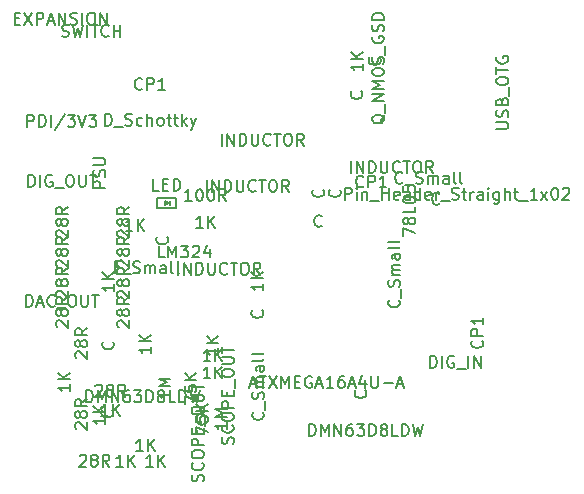
<source format=gbr>
G04 #@! TF.FileFunction,Other,Fab,Top*
%FSLAX46Y46*%
G04 Gerber Fmt 4.6, Leading zero omitted, Abs format (unit mm)*
G04 Created by KiCad (PCBNEW 4.0.5) date 03 February 2017 Friday 17:41:25*
%MOMM*%
%LPD*%
G01*
G04 APERTURE LIST*
%ADD10C,0.100000*%
%ADD11C,0.150000*%
G04 APERTURE END LIST*
D10*
D11*
X80310000Y-113230000D02*
X80310000Y-112830000D01*
X80210000Y-113030000D02*
X79910000Y-113230000D01*
X79910000Y-112830000D02*
X80210000Y-113030000D01*
X79910000Y-113230000D02*
X79910000Y-112830000D01*
X79210000Y-112630000D02*
X80810000Y-112630000D01*
X79210000Y-113430000D02*
X79210000Y-112630000D01*
X80810000Y-113430000D02*
X79210000Y-113430000D01*
X80810000Y-112630000D02*
X80810000Y-113430000D01*
X106719643Y-124682166D02*
X106767262Y-124729785D01*
X106814881Y-124872642D01*
X106814881Y-124967880D01*
X106767262Y-125110738D01*
X106672024Y-125205976D01*
X106576786Y-125253595D01*
X106386310Y-125301214D01*
X106243452Y-125301214D01*
X106052976Y-125253595D01*
X105957738Y-125205976D01*
X105862500Y-125110738D01*
X105814881Y-124967880D01*
X105814881Y-124872642D01*
X105862500Y-124729785D01*
X105910119Y-124682166D01*
X106814881Y-124253595D02*
X105814881Y-124253595D01*
X105814881Y-123872642D01*
X105862500Y-123777404D01*
X105910119Y-123729785D01*
X106005357Y-123682166D01*
X106148214Y-123682166D01*
X106243452Y-123729785D01*
X106291071Y-123777404D01*
X106338690Y-123872642D01*
X106338690Y-124253595D01*
X106814881Y-122729785D02*
X106814881Y-123301214D01*
X106814881Y-123015500D02*
X105814881Y-123015500D01*
X105957738Y-123110738D01*
X106052976Y-123205976D01*
X106100595Y-123301214D01*
X87097409Y-128390467D02*
X87573600Y-128390467D01*
X87002171Y-128676181D02*
X87335504Y-127676181D01*
X87668838Y-128676181D01*
X87859314Y-127676181D02*
X88430743Y-127676181D01*
X88145028Y-128676181D02*
X88145028Y-127676181D01*
X88668838Y-127676181D02*
X89335505Y-128676181D01*
X89335505Y-127676181D02*
X88668838Y-128676181D01*
X89716457Y-128676181D02*
X89716457Y-127676181D01*
X90049791Y-128390467D01*
X90383124Y-127676181D01*
X90383124Y-128676181D01*
X90859314Y-128152371D02*
X91192648Y-128152371D01*
X91335505Y-128676181D02*
X90859314Y-128676181D01*
X90859314Y-127676181D01*
X91335505Y-127676181D01*
X92287886Y-127723800D02*
X92192648Y-127676181D01*
X92049791Y-127676181D01*
X91906933Y-127723800D01*
X91811695Y-127819038D01*
X91764076Y-127914276D01*
X91716457Y-128104752D01*
X91716457Y-128247610D01*
X91764076Y-128438086D01*
X91811695Y-128533324D01*
X91906933Y-128628562D01*
X92049791Y-128676181D01*
X92145029Y-128676181D01*
X92287886Y-128628562D01*
X92335505Y-128580943D01*
X92335505Y-128247610D01*
X92145029Y-128247610D01*
X92716457Y-128390467D02*
X93192648Y-128390467D01*
X92621219Y-128676181D02*
X92954552Y-127676181D01*
X93287886Y-128676181D01*
X94145029Y-128676181D02*
X93573600Y-128676181D01*
X93859314Y-128676181D02*
X93859314Y-127676181D01*
X93764076Y-127819038D01*
X93668838Y-127914276D01*
X93573600Y-127961895D01*
X95002172Y-127676181D02*
X94811695Y-127676181D01*
X94716457Y-127723800D01*
X94668838Y-127771419D01*
X94573600Y-127914276D01*
X94525981Y-128104752D01*
X94525981Y-128485705D01*
X94573600Y-128580943D01*
X94621219Y-128628562D01*
X94716457Y-128676181D01*
X94906934Y-128676181D01*
X95002172Y-128628562D01*
X95049791Y-128580943D01*
X95097410Y-128485705D01*
X95097410Y-128247610D01*
X95049791Y-128152371D01*
X95002172Y-128104752D01*
X94906934Y-128057133D01*
X94716457Y-128057133D01*
X94621219Y-128104752D01*
X94573600Y-128152371D01*
X94525981Y-128247610D01*
X95478362Y-128390467D02*
X95954553Y-128390467D01*
X95383124Y-128676181D02*
X95716457Y-127676181D01*
X96049791Y-128676181D01*
X96811696Y-128009514D02*
X96811696Y-128676181D01*
X96573600Y-127628562D02*
X96335505Y-128342848D01*
X96954553Y-128342848D01*
X97335505Y-127676181D02*
X97335505Y-128485705D01*
X97383124Y-128580943D01*
X97430743Y-128628562D01*
X97525981Y-128676181D01*
X97716458Y-128676181D01*
X97811696Y-128628562D01*
X97859315Y-128580943D01*
X97906934Y-128485705D01*
X97906934Y-127676181D01*
X98383124Y-128295229D02*
X99145029Y-128295229D01*
X99573600Y-128390467D02*
X100049791Y-128390467D01*
X99478362Y-128676181D02*
X99811695Y-127676181D01*
X100145029Y-128676181D01*
X107947881Y-106743119D02*
X108757405Y-106743119D01*
X108852643Y-106695500D01*
X108900262Y-106647881D01*
X108947881Y-106552643D01*
X108947881Y-106362166D01*
X108900262Y-106266928D01*
X108852643Y-106219309D01*
X108757405Y-106171690D01*
X107947881Y-106171690D01*
X108900262Y-105743119D02*
X108947881Y-105600262D01*
X108947881Y-105362166D01*
X108900262Y-105266928D01*
X108852643Y-105219309D01*
X108757405Y-105171690D01*
X108662167Y-105171690D01*
X108566929Y-105219309D01*
X108519310Y-105266928D01*
X108471690Y-105362166D01*
X108424071Y-105552643D01*
X108376452Y-105647881D01*
X108328833Y-105695500D01*
X108233595Y-105743119D01*
X108138357Y-105743119D01*
X108043119Y-105695500D01*
X107995500Y-105647881D01*
X107947881Y-105552643D01*
X107947881Y-105314547D01*
X107995500Y-105171690D01*
X108424071Y-104409785D02*
X108471690Y-104266928D01*
X108519310Y-104219309D01*
X108614548Y-104171690D01*
X108757405Y-104171690D01*
X108852643Y-104219309D01*
X108900262Y-104266928D01*
X108947881Y-104362166D01*
X108947881Y-104743119D01*
X107947881Y-104743119D01*
X107947881Y-104409785D01*
X107995500Y-104314547D01*
X108043119Y-104266928D01*
X108138357Y-104219309D01*
X108233595Y-104219309D01*
X108328833Y-104266928D01*
X108376452Y-104314547D01*
X108424071Y-104409785D01*
X108424071Y-104743119D01*
X109043119Y-103981214D02*
X109043119Y-103219309D01*
X107947881Y-102790738D02*
X107947881Y-102600261D01*
X107995500Y-102505023D01*
X108090738Y-102409785D01*
X108281214Y-102362166D01*
X108614548Y-102362166D01*
X108805024Y-102409785D01*
X108900262Y-102505023D01*
X108947881Y-102600261D01*
X108947881Y-102790738D01*
X108900262Y-102885976D01*
X108805024Y-102981214D01*
X108614548Y-103028833D01*
X108281214Y-103028833D01*
X108090738Y-102981214D01*
X107995500Y-102885976D01*
X107947881Y-102790738D01*
X107947881Y-102076452D02*
X107947881Y-101505023D01*
X108947881Y-101790738D02*
X107947881Y-101790738D01*
X107995500Y-100647880D02*
X107947881Y-100743118D01*
X107947881Y-100885975D01*
X107995500Y-101028833D01*
X108090738Y-101124071D01*
X108185976Y-101171690D01*
X108376452Y-101219309D01*
X108519310Y-101219309D01*
X108709786Y-101171690D01*
X108805024Y-101124071D01*
X108900262Y-101028833D01*
X108947881Y-100885975D01*
X108947881Y-100790737D01*
X108900262Y-100647880D01*
X108852643Y-100600261D01*
X108519310Y-100600261D01*
X108519310Y-100790737D01*
X85633262Y-133420929D02*
X85680881Y-133278072D01*
X85680881Y-133039976D01*
X85633262Y-132944738D01*
X85585643Y-132897119D01*
X85490405Y-132849500D01*
X85395167Y-132849500D01*
X85299929Y-132897119D01*
X85252310Y-132944738D01*
X85204690Y-133039976D01*
X85157071Y-133230453D01*
X85109452Y-133325691D01*
X85061833Y-133373310D01*
X84966595Y-133420929D01*
X84871357Y-133420929D01*
X84776119Y-133373310D01*
X84728500Y-133325691D01*
X84680881Y-133230453D01*
X84680881Y-132992357D01*
X84728500Y-132849500D01*
X85585643Y-131849500D02*
X85633262Y-131897119D01*
X85680881Y-132039976D01*
X85680881Y-132135214D01*
X85633262Y-132278072D01*
X85538024Y-132373310D01*
X85442786Y-132420929D01*
X85252310Y-132468548D01*
X85109452Y-132468548D01*
X84918976Y-132420929D01*
X84823738Y-132373310D01*
X84728500Y-132278072D01*
X84680881Y-132135214D01*
X84680881Y-132039976D01*
X84728500Y-131897119D01*
X84776119Y-131849500D01*
X84680881Y-131230453D02*
X84680881Y-131039976D01*
X84728500Y-130944738D01*
X84823738Y-130849500D01*
X85014214Y-130801881D01*
X85347548Y-130801881D01*
X85538024Y-130849500D01*
X85633262Y-130944738D01*
X85680881Y-131039976D01*
X85680881Y-131230453D01*
X85633262Y-131325691D01*
X85538024Y-131420929D01*
X85347548Y-131468548D01*
X85014214Y-131468548D01*
X84823738Y-131420929D01*
X84728500Y-131325691D01*
X84680881Y-131230453D01*
X85680881Y-130373310D02*
X84680881Y-130373310D01*
X84680881Y-129992357D01*
X84728500Y-129897119D01*
X84776119Y-129849500D01*
X84871357Y-129801881D01*
X85014214Y-129801881D01*
X85109452Y-129849500D01*
X85157071Y-129897119D01*
X85204690Y-129992357D01*
X85204690Y-130373310D01*
X85157071Y-129373310D02*
X85157071Y-129039976D01*
X85680881Y-128897119D02*
X85680881Y-129373310D01*
X84680881Y-129373310D01*
X84680881Y-128897119D01*
X85776119Y-128706643D02*
X85776119Y-127944738D01*
X84680881Y-127516167D02*
X84680881Y-127325690D01*
X84728500Y-127230452D01*
X84823738Y-127135214D01*
X85014214Y-127087595D01*
X85347548Y-127087595D01*
X85538024Y-127135214D01*
X85633262Y-127230452D01*
X85680881Y-127325690D01*
X85680881Y-127516167D01*
X85633262Y-127611405D01*
X85538024Y-127706643D01*
X85347548Y-127754262D01*
X85014214Y-127754262D01*
X84823738Y-127706643D01*
X84728500Y-127611405D01*
X84680881Y-127516167D01*
X84680881Y-126659024D02*
X85490405Y-126659024D01*
X85585643Y-126611405D01*
X85633262Y-126563786D01*
X85680881Y-126468548D01*
X85680881Y-126278071D01*
X85633262Y-126182833D01*
X85585643Y-126135214D01*
X85490405Y-126087595D01*
X84680881Y-126087595D01*
X84680881Y-125754262D02*
X84680881Y-125182833D01*
X85680881Y-125468548D02*
X84680881Y-125468548D01*
X96831343Y-128900276D02*
X96878962Y-128947895D01*
X96926581Y-129090752D01*
X96926581Y-129185990D01*
X96878962Y-129328848D01*
X96783724Y-129424086D01*
X96688486Y-129471705D01*
X96498010Y-129519324D01*
X96355152Y-129519324D01*
X96164676Y-129471705D01*
X96069438Y-129424086D01*
X95974200Y-129328848D01*
X95926581Y-129185990D01*
X95926581Y-129090752D01*
X95974200Y-128947895D01*
X96021819Y-128900276D01*
X83189724Y-131730943D02*
X83142105Y-131778562D01*
X82999248Y-131826181D01*
X82904010Y-131826181D01*
X82761152Y-131778562D01*
X82665914Y-131683324D01*
X82618295Y-131588086D01*
X82570676Y-131397610D01*
X82570676Y-131254752D01*
X82618295Y-131064276D01*
X82665914Y-130969038D01*
X82761152Y-130873800D01*
X82904010Y-130826181D01*
X82999248Y-130826181D01*
X83142105Y-130873800D01*
X83189724Y-130921419D01*
X99981024Y-111286643D02*
X99933405Y-111334262D01*
X99790548Y-111381881D01*
X99695310Y-111381881D01*
X99552452Y-111334262D01*
X99457214Y-111239024D01*
X99409595Y-111143786D01*
X99361976Y-110953310D01*
X99361976Y-110810452D01*
X99409595Y-110619976D01*
X99457214Y-110524738D01*
X99552452Y-110429500D01*
X99695310Y-110381881D01*
X99790548Y-110381881D01*
X99933405Y-110429500D01*
X99981024Y-110477119D01*
X100171500Y-111477119D02*
X100933405Y-111477119D01*
X101123881Y-111334262D02*
X101266738Y-111381881D01*
X101504834Y-111381881D01*
X101600072Y-111334262D01*
X101647691Y-111286643D01*
X101695310Y-111191405D01*
X101695310Y-111096167D01*
X101647691Y-111000929D01*
X101600072Y-110953310D01*
X101504834Y-110905690D01*
X101314357Y-110858071D01*
X101219119Y-110810452D01*
X101171500Y-110762833D01*
X101123881Y-110667595D01*
X101123881Y-110572357D01*
X101171500Y-110477119D01*
X101219119Y-110429500D01*
X101314357Y-110381881D01*
X101552453Y-110381881D01*
X101695310Y-110429500D01*
X102123881Y-111381881D02*
X102123881Y-110715214D01*
X102123881Y-110810452D02*
X102171500Y-110762833D01*
X102266738Y-110715214D01*
X102409596Y-110715214D01*
X102504834Y-110762833D01*
X102552453Y-110858071D01*
X102552453Y-111381881D01*
X102552453Y-110858071D02*
X102600072Y-110762833D01*
X102695310Y-110715214D01*
X102838167Y-110715214D01*
X102933405Y-110762833D01*
X102981024Y-110858071D01*
X102981024Y-111381881D01*
X103885786Y-111381881D02*
X103885786Y-110858071D01*
X103838167Y-110762833D01*
X103742929Y-110715214D01*
X103552452Y-110715214D01*
X103457214Y-110762833D01*
X103885786Y-111334262D02*
X103790548Y-111381881D01*
X103552452Y-111381881D01*
X103457214Y-111334262D01*
X103409595Y-111239024D01*
X103409595Y-111143786D01*
X103457214Y-111048548D01*
X103552452Y-111000929D01*
X103790548Y-111000929D01*
X103885786Y-110953310D01*
X104504833Y-111381881D02*
X104409595Y-111334262D01*
X104361976Y-111239024D01*
X104361976Y-110381881D01*
X105028643Y-111381881D02*
X104933405Y-111334262D01*
X104885786Y-111239024D01*
X104885786Y-110381881D01*
X99676143Y-121252976D02*
X99723762Y-121300595D01*
X99771381Y-121443452D01*
X99771381Y-121538690D01*
X99723762Y-121681548D01*
X99628524Y-121776786D01*
X99533286Y-121824405D01*
X99342810Y-121872024D01*
X99199952Y-121872024D01*
X99009476Y-121824405D01*
X98914238Y-121776786D01*
X98819000Y-121681548D01*
X98771381Y-121538690D01*
X98771381Y-121443452D01*
X98819000Y-121300595D01*
X98866619Y-121252976D01*
X99866619Y-121062500D02*
X99866619Y-120300595D01*
X99723762Y-120110119D02*
X99771381Y-119967262D01*
X99771381Y-119729166D01*
X99723762Y-119633928D01*
X99676143Y-119586309D01*
X99580905Y-119538690D01*
X99485667Y-119538690D01*
X99390429Y-119586309D01*
X99342810Y-119633928D01*
X99295190Y-119729166D01*
X99247571Y-119919643D01*
X99199952Y-120014881D01*
X99152333Y-120062500D01*
X99057095Y-120110119D01*
X98961857Y-120110119D01*
X98866619Y-120062500D01*
X98819000Y-120014881D01*
X98771381Y-119919643D01*
X98771381Y-119681547D01*
X98819000Y-119538690D01*
X99771381Y-119110119D02*
X99104714Y-119110119D01*
X99199952Y-119110119D02*
X99152333Y-119062500D01*
X99104714Y-118967262D01*
X99104714Y-118824404D01*
X99152333Y-118729166D01*
X99247571Y-118681547D01*
X99771381Y-118681547D01*
X99247571Y-118681547D02*
X99152333Y-118633928D01*
X99104714Y-118538690D01*
X99104714Y-118395833D01*
X99152333Y-118300595D01*
X99247571Y-118252976D01*
X99771381Y-118252976D01*
X99771381Y-117348214D02*
X99247571Y-117348214D01*
X99152333Y-117395833D01*
X99104714Y-117491071D01*
X99104714Y-117681548D01*
X99152333Y-117776786D01*
X99723762Y-117348214D02*
X99771381Y-117443452D01*
X99771381Y-117681548D01*
X99723762Y-117776786D01*
X99628524Y-117824405D01*
X99533286Y-117824405D01*
X99438048Y-117776786D01*
X99390429Y-117681548D01*
X99390429Y-117443452D01*
X99342810Y-117348214D01*
X99771381Y-116729167D02*
X99723762Y-116824405D01*
X99628524Y-116872024D01*
X98771381Y-116872024D01*
X99771381Y-116205357D02*
X99723762Y-116300595D01*
X99628524Y-116348214D01*
X98771381Y-116348214D01*
X88172643Y-130752576D02*
X88220262Y-130800195D01*
X88267881Y-130943052D01*
X88267881Y-131038290D01*
X88220262Y-131181148D01*
X88125024Y-131276386D01*
X88029786Y-131324005D01*
X87839310Y-131371624D01*
X87696452Y-131371624D01*
X87505976Y-131324005D01*
X87410738Y-131276386D01*
X87315500Y-131181148D01*
X87267881Y-131038290D01*
X87267881Y-130943052D01*
X87315500Y-130800195D01*
X87363119Y-130752576D01*
X88363119Y-130562100D02*
X88363119Y-129800195D01*
X88220262Y-129609719D02*
X88267881Y-129466862D01*
X88267881Y-129228766D01*
X88220262Y-129133528D01*
X88172643Y-129085909D01*
X88077405Y-129038290D01*
X87982167Y-129038290D01*
X87886929Y-129085909D01*
X87839310Y-129133528D01*
X87791690Y-129228766D01*
X87744071Y-129419243D01*
X87696452Y-129514481D01*
X87648833Y-129562100D01*
X87553595Y-129609719D01*
X87458357Y-129609719D01*
X87363119Y-129562100D01*
X87315500Y-129514481D01*
X87267881Y-129419243D01*
X87267881Y-129181147D01*
X87315500Y-129038290D01*
X88267881Y-128609719D02*
X87601214Y-128609719D01*
X87696452Y-128609719D02*
X87648833Y-128562100D01*
X87601214Y-128466862D01*
X87601214Y-128324004D01*
X87648833Y-128228766D01*
X87744071Y-128181147D01*
X88267881Y-128181147D01*
X87744071Y-128181147D02*
X87648833Y-128133528D01*
X87601214Y-128038290D01*
X87601214Y-127895433D01*
X87648833Y-127800195D01*
X87744071Y-127752576D01*
X88267881Y-127752576D01*
X88267881Y-126847814D02*
X87744071Y-126847814D01*
X87648833Y-126895433D01*
X87601214Y-126990671D01*
X87601214Y-127181148D01*
X87648833Y-127276386D01*
X88220262Y-126847814D02*
X88267881Y-126943052D01*
X88267881Y-127181148D01*
X88220262Y-127276386D01*
X88125024Y-127324005D01*
X88029786Y-127324005D01*
X87934548Y-127276386D01*
X87886929Y-127181148D01*
X87886929Y-126943052D01*
X87839310Y-126847814D01*
X88267881Y-126228767D02*
X88220262Y-126324005D01*
X88125024Y-126371624D01*
X87267881Y-126371624D01*
X88267881Y-125704957D02*
X88220262Y-125800195D01*
X88125024Y-125847814D01*
X87267881Y-125847814D01*
X80054643Y-115895476D02*
X80102262Y-115943095D01*
X80149881Y-116085952D01*
X80149881Y-116181190D01*
X80102262Y-116324048D01*
X80007024Y-116419286D01*
X79911786Y-116466905D01*
X79721310Y-116514524D01*
X79578452Y-116514524D01*
X79387976Y-116466905D01*
X79292738Y-116419286D01*
X79197500Y-116324048D01*
X79149881Y-116181190D01*
X79149881Y-116085952D01*
X79197500Y-115943095D01*
X79245119Y-115895476D01*
X94659643Y-111894976D02*
X94707262Y-111942595D01*
X94754881Y-112085452D01*
X94754881Y-112180690D01*
X94707262Y-112323548D01*
X94612024Y-112418786D01*
X94516786Y-112466405D01*
X94326310Y-112514024D01*
X94183452Y-112514024D01*
X93992976Y-112466405D01*
X93897738Y-112418786D01*
X93802500Y-112323548D01*
X93754881Y-112180690D01*
X93754881Y-112085452D01*
X93802500Y-111942595D01*
X93850119Y-111894976D01*
X96678834Y-111609143D02*
X96631215Y-111656762D01*
X96488358Y-111704381D01*
X96393120Y-111704381D01*
X96250262Y-111656762D01*
X96155024Y-111561524D01*
X96107405Y-111466286D01*
X96059786Y-111275810D01*
X96059786Y-111132952D01*
X96107405Y-110942476D01*
X96155024Y-110847238D01*
X96250262Y-110752000D01*
X96393120Y-110704381D01*
X96488358Y-110704381D01*
X96631215Y-110752000D01*
X96678834Y-110799619D01*
X97107405Y-111704381D02*
X97107405Y-110704381D01*
X97488358Y-110704381D01*
X97583596Y-110752000D01*
X97631215Y-110799619D01*
X97678834Y-110894857D01*
X97678834Y-111037714D01*
X97631215Y-111132952D01*
X97583596Y-111180571D01*
X97488358Y-111228190D01*
X97107405Y-111228190D01*
X98631215Y-111704381D02*
X98059786Y-111704381D01*
X98345500Y-111704381D02*
X98345500Y-110704381D01*
X98250262Y-110847238D01*
X98155024Y-110942476D01*
X98059786Y-110990095D01*
X96501143Y-103576476D02*
X96548762Y-103624095D01*
X96596381Y-103766952D01*
X96596381Y-103862190D01*
X96548762Y-104005048D01*
X96453524Y-104100286D01*
X96358286Y-104147905D01*
X96167810Y-104195524D01*
X96024952Y-104195524D01*
X95834476Y-104147905D01*
X95739238Y-104100286D01*
X95644000Y-104005048D01*
X95596381Y-103862190D01*
X95596381Y-103766952D01*
X95644000Y-103624095D01*
X95691619Y-103576476D01*
X103116024Y-113064643D02*
X103068405Y-113112262D01*
X102925548Y-113159881D01*
X102830310Y-113159881D01*
X102687452Y-113112262D01*
X102592214Y-113017024D01*
X102544595Y-112921786D01*
X102496976Y-112731310D01*
X102496976Y-112588452D01*
X102544595Y-112397976D01*
X102592214Y-112302738D01*
X102687452Y-112207500D01*
X102830310Y-112159881D01*
X102925548Y-112159881D01*
X103068405Y-112207500D01*
X103116024Y-112255119D01*
X75472643Y-124785476D02*
X75520262Y-124833095D01*
X75567881Y-124975952D01*
X75567881Y-125071190D01*
X75520262Y-125214048D01*
X75425024Y-125309286D01*
X75329786Y-125356905D01*
X75139310Y-125404524D01*
X74996452Y-125404524D01*
X74805976Y-125356905D01*
X74710738Y-125309286D01*
X74615500Y-125214048D01*
X74567881Y-125071190D01*
X74567881Y-124975952D01*
X74615500Y-124833095D01*
X74663119Y-124785476D01*
X75409143Y-130551276D02*
X75456762Y-130598895D01*
X75504381Y-130741752D01*
X75504381Y-130836990D01*
X75456762Y-130979848D01*
X75361524Y-131075086D01*
X75266286Y-131122705D01*
X75075810Y-131170324D01*
X74932952Y-131170324D01*
X74742476Y-131122705D01*
X74647238Y-131075086D01*
X74552000Y-130979848D01*
X74504381Y-130836990D01*
X74504381Y-130741752D01*
X74552000Y-130598895D01*
X74599619Y-130551276D01*
X77946334Y-103354143D02*
X77898715Y-103401762D01*
X77755858Y-103449381D01*
X77660620Y-103449381D01*
X77517762Y-103401762D01*
X77422524Y-103306524D01*
X77374905Y-103211286D01*
X77327286Y-103020810D01*
X77327286Y-102877952D01*
X77374905Y-102687476D01*
X77422524Y-102592238D01*
X77517762Y-102497000D01*
X77660620Y-102449381D01*
X77755858Y-102449381D01*
X77898715Y-102497000D01*
X77946334Y-102544619D01*
X78374905Y-103449381D02*
X78374905Y-102449381D01*
X78755858Y-102449381D01*
X78851096Y-102497000D01*
X78898715Y-102544619D01*
X78946334Y-102639857D01*
X78946334Y-102782714D01*
X78898715Y-102877952D01*
X78851096Y-102925571D01*
X78755858Y-102973190D01*
X78374905Y-102973190D01*
X79898715Y-103449381D02*
X79327286Y-103449381D01*
X79613000Y-103449381D02*
X79613000Y-102449381D01*
X79517762Y-102592238D01*
X79422524Y-102687476D01*
X79327286Y-102735095D01*
X88109143Y-122118476D02*
X88156762Y-122166095D01*
X88204381Y-122308952D01*
X88204381Y-122404190D01*
X88156762Y-122547048D01*
X88061524Y-122642286D01*
X87966286Y-122689905D01*
X87775810Y-122737524D01*
X87632952Y-122737524D01*
X87442476Y-122689905D01*
X87347238Y-122642286D01*
X87252000Y-122547048D01*
X87204381Y-122404190D01*
X87204381Y-122308952D01*
X87252000Y-122166095D01*
X87299619Y-122118476D01*
X93262643Y-111894976D02*
X93310262Y-111942595D01*
X93357881Y-112085452D01*
X93357881Y-112180690D01*
X93310262Y-112323548D01*
X93215024Y-112418786D01*
X93119786Y-112466405D01*
X92929310Y-112514024D01*
X92786452Y-112514024D01*
X92595976Y-112466405D01*
X92500738Y-112418786D01*
X92405500Y-112323548D01*
X92357881Y-112180690D01*
X92357881Y-112085452D01*
X92405500Y-111942595D01*
X92453119Y-111894976D01*
X93146524Y-114969643D02*
X93098905Y-115017262D01*
X92956048Y-115064881D01*
X92860810Y-115064881D01*
X92717952Y-115017262D01*
X92622714Y-114922024D01*
X92575095Y-114826786D01*
X92527476Y-114636310D01*
X92527476Y-114493452D01*
X92575095Y-114302976D01*
X92622714Y-114207738D01*
X92717952Y-114112500D01*
X92860810Y-114064881D01*
X92956048Y-114064881D01*
X93098905Y-114112500D01*
X93146524Y-114160119D01*
X74803475Y-106479381D02*
X74803475Y-105479381D01*
X75041570Y-105479381D01*
X75184428Y-105527000D01*
X75279666Y-105622238D01*
X75327285Y-105717476D01*
X75374904Y-105907952D01*
X75374904Y-106050810D01*
X75327285Y-106241286D01*
X75279666Y-106336524D01*
X75184428Y-106431762D01*
X75041570Y-106479381D01*
X74803475Y-106479381D01*
X75565380Y-106574619D02*
X76327285Y-106574619D01*
X76517761Y-106431762D02*
X76660618Y-106479381D01*
X76898714Y-106479381D01*
X76993952Y-106431762D01*
X77041571Y-106384143D01*
X77089190Y-106288905D01*
X77089190Y-106193667D01*
X77041571Y-106098429D01*
X76993952Y-106050810D01*
X76898714Y-106003190D01*
X76708237Y-105955571D01*
X76612999Y-105907952D01*
X76565380Y-105860333D01*
X76517761Y-105765095D01*
X76517761Y-105669857D01*
X76565380Y-105574619D01*
X76612999Y-105527000D01*
X76708237Y-105479381D01*
X76946333Y-105479381D01*
X77089190Y-105527000D01*
X77946333Y-106431762D02*
X77851095Y-106479381D01*
X77660618Y-106479381D01*
X77565380Y-106431762D01*
X77517761Y-106384143D01*
X77470142Y-106288905D01*
X77470142Y-106003190D01*
X77517761Y-105907952D01*
X77565380Y-105860333D01*
X77660618Y-105812714D01*
X77851095Y-105812714D01*
X77946333Y-105860333D01*
X78374904Y-106479381D02*
X78374904Y-105479381D01*
X78803476Y-106479381D02*
X78803476Y-105955571D01*
X78755857Y-105860333D01*
X78660619Y-105812714D01*
X78517761Y-105812714D01*
X78422523Y-105860333D01*
X78374904Y-105907952D01*
X79422523Y-106479381D02*
X79327285Y-106431762D01*
X79279666Y-106384143D01*
X79232047Y-106288905D01*
X79232047Y-106003190D01*
X79279666Y-105907952D01*
X79327285Y-105860333D01*
X79422523Y-105812714D01*
X79565381Y-105812714D01*
X79660619Y-105860333D01*
X79708238Y-105907952D01*
X79755857Y-106003190D01*
X79755857Y-106288905D01*
X79708238Y-106384143D01*
X79660619Y-106431762D01*
X79565381Y-106479381D01*
X79422523Y-106479381D01*
X80041571Y-105812714D02*
X80422523Y-105812714D01*
X80184428Y-105479381D02*
X80184428Y-106336524D01*
X80232047Y-106431762D01*
X80327285Y-106479381D01*
X80422523Y-106479381D01*
X80613000Y-105812714D02*
X80993952Y-105812714D01*
X80755857Y-105479381D02*
X80755857Y-106336524D01*
X80803476Y-106431762D01*
X80898714Y-106479381D01*
X80993952Y-106479381D01*
X81327286Y-106479381D02*
X81327286Y-105479381D01*
X81422524Y-106098429D02*
X81708239Y-106479381D01*
X81708239Y-105812714D02*
X81327286Y-106193667D01*
X82041572Y-105812714D02*
X82279667Y-106479381D01*
X82517763Y-105812714D02*
X82279667Y-106479381D01*
X82184429Y-106717476D01*
X82136810Y-106765095D01*
X82041572Y-106812714D01*
X79367143Y-111982381D02*
X78890952Y-111982381D01*
X78890952Y-110982381D01*
X79700476Y-111458571D02*
X80033810Y-111458571D01*
X80176667Y-111982381D02*
X79700476Y-111982381D01*
X79700476Y-110982381D01*
X80176667Y-110982381D01*
X80605238Y-111982381D02*
X80605238Y-110982381D01*
X80843333Y-110982381D01*
X80986191Y-111030000D01*
X81081429Y-111125238D01*
X81129048Y-111220476D01*
X81176667Y-111410952D01*
X81176667Y-111553810D01*
X81129048Y-111744286D01*
X81081429Y-111839524D01*
X80986191Y-111934762D01*
X80843333Y-111982381D01*
X80605238Y-111982381D01*
X75951057Y-118452571D02*
X75617723Y-118452571D01*
X75617723Y-118976381D02*
X75617723Y-117976381D01*
X76093914Y-117976381D01*
X76236771Y-119071619D02*
X76998676Y-119071619D01*
X77189152Y-118928762D02*
X77332009Y-118976381D01*
X77570105Y-118976381D01*
X77665343Y-118928762D01*
X77712962Y-118881143D01*
X77760581Y-118785905D01*
X77760581Y-118690667D01*
X77712962Y-118595429D01*
X77665343Y-118547810D01*
X77570105Y-118500190D01*
X77379628Y-118452571D01*
X77284390Y-118404952D01*
X77236771Y-118357333D01*
X77189152Y-118262095D01*
X77189152Y-118166857D01*
X77236771Y-118071619D01*
X77284390Y-118024000D01*
X77379628Y-117976381D01*
X77617724Y-117976381D01*
X77760581Y-118024000D01*
X78189152Y-118976381D02*
X78189152Y-118309714D01*
X78189152Y-118404952D02*
X78236771Y-118357333D01*
X78332009Y-118309714D01*
X78474867Y-118309714D01*
X78570105Y-118357333D01*
X78617724Y-118452571D01*
X78617724Y-118976381D01*
X78617724Y-118452571D02*
X78665343Y-118357333D01*
X78760581Y-118309714D01*
X78903438Y-118309714D01*
X78998676Y-118357333D01*
X79046295Y-118452571D01*
X79046295Y-118976381D01*
X79951057Y-118976381D02*
X79951057Y-118452571D01*
X79903438Y-118357333D01*
X79808200Y-118309714D01*
X79617723Y-118309714D01*
X79522485Y-118357333D01*
X79951057Y-118928762D02*
X79855819Y-118976381D01*
X79617723Y-118976381D01*
X79522485Y-118928762D01*
X79474866Y-118833524D01*
X79474866Y-118738286D01*
X79522485Y-118643048D01*
X79617723Y-118595429D01*
X79855819Y-118595429D01*
X79951057Y-118547810D01*
X80570104Y-118976381D02*
X80474866Y-118928762D01*
X80427247Y-118833524D01*
X80427247Y-117976381D01*
X81093914Y-118976381D02*
X80998676Y-118928762D01*
X80951057Y-118833524D01*
X80951057Y-117976381D01*
X95620319Y-110471181D02*
X95620319Y-109471181D01*
X96096509Y-110471181D02*
X96096509Y-109471181D01*
X96667938Y-110471181D01*
X96667938Y-109471181D01*
X97144128Y-110471181D02*
X97144128Y-109471181D01*
X97382223Y-109471181D01*
X97525081Y-109518800D01*
X97620319Y-109614038D01*
X97667938Y-109709276D01*
X97715557Y-109899752D01*
X97715557Y-110042610D01*
X97667938Y-110233086D01*
X97620319Y-110328324D01*
X97525081Y-110423562D01*
X97382223Y-110471181D01*
X97144128Y-110471181D01*
X98144128Y-109471181D02*
X98144128Y-110280705D01*
X98191747Y-110375943D01*
X98239366Y-110423562D01*
X98334604Y-110471181D01*
X98525081Y-110471181D01*
X98620319Y-110423562D01*
X98667938Y-110375943D01*
X98715557Y-110280705D01*
X98715557Y-109471181D01*
X99763176Y-110375943D02*
X99715557Y-110423562D01*
X99572700Y-110471181D01*
X99477462Y-110471181D01*
X99334604Y-110423562D01*
X99239366Y-110328324D01*
X99191747Y-110233086D01*
X99144128Y-110042610D01*
X99144128Y-109899752D01*
X99191747Y-109709276D01*
X99239366Y-109614038D01*
X99334604Y-109518800D01*
X99477462Y-109471181D01*
X99572700Y-109471181D01*
X99715557Y-109518800D01*
X99763176Y-109566419D01*
X100048890Y-109471181D02*
X100620319Y-109471181D01*
X100334604Y-110471181D02*
X100334604Y-109471181D01*
X101144128Y-109471181D02*
X101334605Y-109471181D01*
X101429843Y-109518800D01*
X101525081Y-109614038D01*
X101572700Y-109804514D01*
X101572700Y-110137848D01*
X101525081Y-110328324D01*
X101429843Y-110423562D01*
X101334605Y-110471181D01*
X101144128Y-110471181D01*
X101048890Y-110423562D01*
X100953652Y-110328324D01*
X100906033Y-110137848D01*
X100906033Y-109804514D01*
X100953652Y-109614038D01*
X101048890Y-109518800D01*
X101144128Y-109471181D01*
X102572700Y-110471181D02*
X102239366Y-109994990D01*
X102001271Y-110471181D02*
X102001271Y-109471181D01*
X102382224Y-109471181D01*
X102477462Y-109518800D01*
X102525081Y-109566419D01*
X102572700Y-109661657D01*
X102572700Y-109804514D01*
X102525081Y-109899752D01*
X102477462Y-109947371D01*
X102382224Y-109994990D01*
X102001271Y-109994990D01*
X83415619Y-112071381D02*
X83415619Y-111071381D01*
X83891809Y-112071381D02*
X83891809Y-111071381D01*
X84463238Y-112071381D01*
X84463238Y-111071381D01*
X84939428Y-112071381D02*
X84939428Y-111071381D01*
X85177523Y-111071381D01*
X85320381Y-111119000D01*
X85415619Y-111214238D01*
X85463238Y-111309476D01*
X85510857Y-111499952D01*
X85510857Y-111642810D01*
X85463238Y-111833286D01*
X85415619Y-111928524D01*
X85320381Y-112023762D01*
X85177523Y-112071381D01*
X84939428Y-112071381D01*
X85939428Y-111071381D02*
X85939428Y-111880905D01*
X85987047Y-111976143D01*
X86034666Y-112023762D01*
X86129904Y-112071381D01*
X86320381Y-112071381D01*
X86415619Y-112023762D01*
X86463238Y-111976143D01*
X86510857Y-111880905D01*
X86510857Y-111071381D01*
X87558476Y-111976143D02*
X87510857Y-112023762D01*
X87368000Y-112071381D01*
X87272762Y-112071381D01*
X87129904Y-112023762D01*
X87034666Y-111928524D01*
X86987047Y-111833286D01*
X86939428Y-111642810D01*
X86939428Y-111499952D01*
X86987047Y-111309476D01*
X87034666Y-111214238D01*
X87129904Y-111119000D01*
X87272762Y-111071381D01*
X87368000Y-111071381D01*
X87510857Y-111119000D01*
X87558476Y-111166619D01*
X87844190Y-111071381D02*
X88415619Y-111071381D01*
X88129904Y-112071381D02*
X88129904Y-111071381D01*
X88939428Y-111071381D02*
X89129905Y-111071381D01*
X89225143Y-111119000D01*
X89320381Y-111214238D01*
X89368000Y-111404714D01*
X89368000Y-111738048D01*
X89320381Y-111928524D01*
X89225143Y-112023762D01*
X89129905Y-112071381D01*
X88939428Y-112071381D01*
X88844190Y-112023762D01*
X88748952Y-111928524D01*
X88701333Y-111738048D01*
X88701333Y-111404714D01*
X88748952Y-111214238D01*
X88844190Y-111119000D01*
X88939428Y-111071381D01*
X90368000Y-112071381D02*
X90034666Y-111595190D01*
X89796571Y-112071381D02*
X89796571Y-111071381D01*
X90177524Y-111071381D01*
X90272762Y-111119000D01*
X90320381Y-111166619D01*
X90368000Y-111261857D01*
X90368000Y-111404714D01*
X90320381Y-111499952D01*
X90272762Y-111547571D01*
X90177524Y-111595190D01*
X89796571Y-111595190D01*
X81002619Y-119084381D02*
X81002619Y-118084381D01*
X81478809Y-119084381D02*
X81478809Y-118084381D01*
X82050238Y-119084381D01*
X82050238Y-118084381D01*
X82526428Y-119084381D02*
X82526428Y-118084381D01*
X82764523Y-118084381D01*
X82907381Y-118132000D01*
X83002619Y-118227238D01*
X83050238Y-118322476D01*
X83097857Y-118512952D01*
X83097857Y-118655810D01*
X83050238Y-118846286D01*
X83002619Y-118941524D01*
X82907381Y-119036762D01*
X82764523Y-119084381D01*
X82526428Y-119084381D01*
X83526428Y-118084381D02*
X83526428Y-118893905D01*
X83574047Y-118989143D01*
X83621666Y-119036762D01*
X83716904Y-119084381D01*
X83907381Y-119084381D01*
X84002619Y-119036762D01*
X84050238Y-118989143D01*
X84097857Y-118893905D01*
X84097857Y-118084381D01*
X85145476Y-118989143D02*
X85097857Y-119036762D01*
X84955000Y-119084381D01*
X84859762Y-119084381D01*
X84716904Y-119036762D01*
X84621666Y-118941524D01*
X84574047Y-118846286D01*
X84526428Y-118655810D01*
X84526428Y-118512952D01*
X84574047Y-118322476D01*
X84621666Y-118227238D01*
X84716904Y-118132000D01*
X84859762Y-118084381D01*
X84955000Y-118084381D01*
X85097857Y-118132000D01*
X85145476Y-118179619D01*
X85431190Y-118084381D02*
X86002619Y-118084381D01*
X85716904Y-119084381D02*
X85716904Y-118084381D01*
X86526428Y-118084381D02*
X86716905Y-118084381D01*
X86812143Y-118132000D01*
X86907381Y-118227238D01*
X86955000Y-118417714D01*
X86955000Y-118751048D01*
X86907381Y-118941524D01*
X86812143Y-119036762D01*
X86716905Y-119084381D01*
X86526428Y-119084381D01*
X86431190Y-119036762D01*
X86335952Y-118941524D01*
X86288333Y-118751048D01*
X86288333Y-118417714D01*
X86335952Y-118227238D01*
X86431190Y-118132000D01*
X86526428Y-118084381D01*
X87955000Y-119084381D02*
X87621666Y-118608190D01*
X87383571Y-119084381D02*
X87383571Y-118084381D01*
X87764524Y-118084381D01*
X87859762Y-118132000D01*
X87907381Y-118179619D01*
X87955000Y-118274857D01*
X87955000Y-118417714D01*
X87907381Y-118512952D01*
X87859762Y-118560571D01*
X87764524Y-118608190D01*
X87383571Y-118608190D01*
X68310476Y-111652381D02*
X68310476Y-110652381D01*
X68548571Y-110652381D01*
X68691429Y-110700000D01*
X68786667Y-110795238D01*
X68834286Y-110890476D01*
X68881905Y-111080952D01*
X68881905Y-111223810D01*
X68834286Y-111414286D01*
X68786667Y-111509524D01*
X68691429Y-111604762D01*
X68548571Y-111652381D01*
X68310476Y-111652381D01*
X69310476Y-111652381D02*
X69310476Y-110652381D01*
X70310476Y-110700000D02*
X70215238Y-110652381D01*
X70072381Y-110652381D01*
X69929523Y-110700000D01*
X69834285Y-110795238D01*
X69786666Y-110890476D01*
X69739047Y-111080952D01*
X69739047Y-111223810D01*
X69786666Y-111414286D01*
X69834285Y-111509524D01*
X69929523Y-111604762D01*
X70072381Y-111652381D01*
X70167619Y-111652381D01*
X70310476Y-111604762D01*
X70358095Y-111557143D01*
X70358095Y-111223810D01*
X70167619Y-111223810D01*
X70548571Y-111747619D02*
X71310476Y-111747619D01*
X71739047Y-110652381D02*
X71929524Y-110652381D01*
X72024762Y-110700000D01*
X72120000Y-110795238D01*
X72167619Y-110985714D01*
X72167619Y-111319048D01*
X72120000Y-111509524D01*
X72024762Y-111604762D01*
X71929524Y-111652381D01*
X71739047Y-111652381D01*
X71643809Y-111604762D01*
X71548571Y-111509524D01*
X71500952Y-111319048D01*
X71500952Y-110985714D01*
X71548571Y-110795238D01*
X71643809Y-110700000D01*
X71739047Y-110652381D01*
X72596190Y-110652381D02*
X72596190Y-111461905D01*
X72643809Y-111557143D01*
X72691428Y-111604762D01*
X72786666Y-111652381D01*
X72977143Y-111652381D01*
X73072381Y-111604762D01*
X73120000Y-111557143D01*
X73167619Y-111461905D01*
X73167619Y-110652381D01*
X73500952Y-110652381D02*
X74072381Y-110652381D01*
X73786666Y-111652381D02*
X73786666Y-110652381D01*
X68215238Y-106572381D02*
X68215238Y-105572381D01*
X68596191Y-105572381D01*
X68691429Y-105620000D01*
X68739048Y-105667619D01*
X68786667Y-105762857D01*
X68786667Y-105905714D01*
X68739048Y-106000952D01*
X68691429Y-106048571D01*
X68596191Y-106096190D01*
X68215238Y-106096190D01*
X69215238Y-106572381D02*
X69215238Y-105572381D01*
X69453333Y-105572381D01*
X69596191Y-105620000D01*
X69691429Y-105715238D01*
X69739048Y-105810476D01*
X69786667Y-106000952D01*
X69786667Y-106143810D01*
X69739048Y-106334286D01*
X69691429Y-106429524D01*
X69596191Y-106524762D01*
X69453333Y-106572381D01*
X69215238Y-106572381D01*
X70215238Y-106572381D02*
X70215238Y-105572381D01*
X71405714Y-105524762D02*
X70548571Y-106810476D01*
X71643809Y-105572381D02*
X72262857Y-105572381D01*
X71929523Y-105953333D01*
X72072381Y-105953333D01*
X72167619Y-106000952D01*
X72215238Y-106048571D01*
X72262857Y-106143810D01*
X72262857Y-106381905D01*
X72215238Y-106477143D01*
X72167619Y-106524762D01*
X72072381Y-106572381D01*
X71786666Y-106572381D01*
X71691428Y-106524762D01*
X71643809Y-106477143D01*
X72548571Y-105572381D02*
X72881904Y-106572381D01*
X73215238Y-105572381D01*
X73453333Y-105572381D02*
X74072381Y-105572381D01*
X73739047Y-105953333D01*
X73881905Y-105953333D01*
X73977143Y-106000952D01*
X74024762Y-106048571D01*
X74072381Y-106143810D01*
X74072381Y-106381905D01*
X74024762Y-106477143D01*
X73977143Y-106524762D01*
X73881905Y-106572381D01*
X73596190Y-106572381D01*
X73500952Y-106524762D01*
X73453333Y-106477143D01*
X83093262Y-136595929D02*
X83140881Y-136453072D01*
X83140881Y-136214976D01*
X83093262Y-136119738D01*
X83045643Y-136072119D01*
X82950405Y-136024500D01*
X82855167Y-136024500D01*
X82759929Y-136072119D01*
X82712310Y-136119738D01*
X82664690Y-136214976D01*
X82617071Y-136405453D01*
X82569452Y-136500691D01*
X82521833Y-136548310D01*
X82426595Y-136595929D01*
X82331357Y-136595929D01*
X82236119Y-136548310D01*
X82188500Y-136500691D01*
X82140881Y-136405453D01*
X82140881Y-136167357D01*
X82188500Y-136024500D01*
X83045643Y-135024500D02*
X83093262Y-135072119D01*
X83140881Y-135214976D01*
X83140881Y-135310214D01*
X83093262Y-135453072D01*
X82998024Y-135548310D01*
X82902786Y-135595929D01*
X82712310Y-135643548D01*
X82569452Y-135643548D01*
X82378976Y-135595929D01*
X82283738Y-135548310D01*
X82188500Y-135453072D01*
X82140881Y-135310214D01*
X82140881Y-135214976D01*
X82188500Y-135072119D01*
X82236119Y-135024500D01*
X82140881Y-134405453D02*
X82140881Y-134214976D01*
X82188500Y-134119738D01*
X82283738Y-134024500D01*
X82474214Y-133976881D01*
X82807548Y-133976881D01*
X82998024Y-134024500D01*
X83093262Y-134119738D01*
X83140881Y-134214976D01*
X83140881Y-134405453D01*
X83093262Y-134500691D01*
X82998024Y-134595929D01*
X82807548Y-134643548D01*
X82474214Y-134643548D01*
X82283738Y-134595929D01*
X82188500Y-134500691D01*
X82140881Y-134405453D01*
X83140881Y-133548310D02*
X82140881Y-133548310D01*
X82140881Y-133167357D01*
X82188500Y-133072119D01*
X82236119Y-133024500D01*
X82331357Y-132976881D01*
X82474214Y-132976881D01*
X82569452Y-133024500D01*
X82617071Y-133072119D01*
X82664690Y-133167357D01*
X82664690Y-133548310D01*
X82617071Y-132548310D02*
X82617071Y-132214976D01*
X83140881Y-132072119D02*
X83140881Y-132548310D01*
X82140881Y-132548310D01*
X82140881Y-132072119D01*
X83236119Y-131881643D02*
X83236119Y-131119738D01*
X82140881Y-130691167D02*
X82140881Y-130500690D01*
X82188500Y-130405452D01*
X82283738Y-130310214D01*
X82474214Y-130262595D01*
X82807548Y-130262595D01*
X82998024Y-130310214D01*
X83093262Y-130405452D01*
X83140881Y-130500690D01*
X83140881Y-130691167D01*
X83093262Y-130786405D01*
X82998024Y-130881643D01*
X82807548Y-130929262D01*
X82474214Y-130929262D01*
X82283738Y-130881643D01*
X82188500Y-130786405D01*
X82140881Y-130691167D01*
X82140881Y-129834024D02*
X82950405Y-129834024D01*
X83045643Y-129786405D01*
X83093262Y-129738786D01*
X83140881Y-129643548D01*
X83140881Y-129453071D01*
X83093262Y-129357833D01*
X83045643Y-129310214D01*
X82950405Y-129262595D01*
X82140881Y-129262595D01*
X82140881Y-128929262D02*
X82140881Y-128357833D01*
X83140881Y-128643548D02*
X82140881Y-128643548D01*
X68120000Y-121812381D02*
X68120000Y-120812381D01*
X68358095Y-120812381D01*
X68500953Y-120860000D01*
X68596191Y-120955238D01*
X68643810Y-121050476D01*
X68691429Y-121240952D01*
X68691429Y-121383810D01*
X68643810Y-121574286D01*
X68596191Y-121669524D01*
X68500953Y-121764762D01*
X68358095Y-121812381D01*
X68120000Y-121812381D01*
X69072381Y-121526667D02*
X69548572Y-121526667D01*
X68977143Y-121812381D02*
X69310476Y-120812381D01*
X69643810Y-121812381D01*
X70548572Y-121717143D02*
X70500953Y-121764762D01*
X70358096Y-121812381D01*
X70262858Y-121812381D01*
X70120000Y-121764762D01*
X70024762Y-121669524D01*
X69977143Y-121574286D01*
X69929524Y-121383810D01*
X69929524Y-121240952D01*
X69977143Y-121050476D01*
X70024762Y-120955238D01*
X70120000Y-120860000D01*
X70262858Y-120812381D01*
X70358096Y-120812381D01*
X70500953Y-120860000D01*
X70548572Y-120907619D01*
X70739048Y-121907619D02*
X71500953Y-121907619D01*
X71929524Y-120812381D02*
X72120001Y-120812381D01*
X72215239Y-120860000D01*
X72310477Y-120955238D01*
X72358096Y-121145714D01*
X72358096Y-121479048D01*
X72310477Y-121669524D01*
X72215239Y-121764762D01*
X72120001Y-121812381D01*
X71929524Y-121812381D01*
X71834286Y-121764762D01*
X71739048Y-121669524D01*
X71691429Y-121479048D01*
X71691429Y-121145714D01*
X71739048Y-120955238D01*
X71834286Y-120860000D01*
X71929524Y-120812381D01*
X72786667Y-120812381D02*
X72786667Y-121621905D01*
X72834286Y-121717143D01*
X72881905Y-121764762D01*
X72977143Y-121812381D01*
X73167620Y-121812381D01*
X73262858Y-121764762D01*
X73310477Y-121717143D01*
X73358096Y-121621905D01*
X73358096Y-120812381D01*
X73691429Y-120812381D02*
X74262858Y-120812381D01*
X73977143Y-121812381D02*
X73977143Y-120812381D01*
X74822381Y-111751905D02*
X73822381Y-111751905D01*
X73822381Y-111370952D01*
X73870000Y-111275714D01*
X73917619Y-111228095D01*
X74012857Y-111180476D01*
X74155714Y-111180476D01*
X74250952Y-111228095D01*
X74298571Y-111275714D01*
X74346190Y-111370952D01*
X74346190Y-111751905D01*
X74774762Y-110799524D02*
X74822381Y-110656667D01*
X74822381Y-110418571D01*
X74774762Y-110323333D01*
X74727143Y-110275714D01*
X74631905Y-110228095D01*
X74536667Y-110228095D01*
X74441429Y-110275714D01*
X74393810Y-110323333D01*
X74346190Y-110418571D01*
X74298571Y-110609048D01*
X74250952Y-110704286D01*
X74203333Y-110751905D01*
X74108095Y-110799524D01*
X74012857Y-110799524D01*
X73917619Y-110751905D01*
X73870000Y-110704286D01*
X73822381Y-110609048D01*
X73822381Y-110370952D01*
X73870000Y-110228095D01*
X73822381Y-109799524D02*
X74631905Y-109799524D01*
X74727143Y-109751905D01*
X74774762Y-109704286D01*
X74822381Y-109609048D01*
X74822381Y-109418571D01*
X74774762Y-109323333D01*
X74727143Y-109275714D01*
X74631905Y-109228095D01*
X73822381Y-109228095D01*
X102327343Y-126968581D02*
X102327343Y-125968581D01*
X102565438Y-125968581D01*
X102708296Y-126016200D01*
X102803534Y-126111438D01*
X102851153Y-126206676D01*
X102898772Y-126397152D01*
X102898772Y-126540010D01*
X102851153Y-126730486D01*
X102803534Y-126825724D01*
X102708296Y-126920962D01*
X102565438Y-126968581D01*
X102327343Y-126968581D01*
X103327343Y-126968581D02*
X103327343Y-125968581D01*
X104327343Y-126016200D02*
X104232105Y-125968581D01*
X104089248Y-125968581D01*
X103946390Y-126016200D01*
X103851152Y-126111438D01*
X103803533Y-126206676D01*
X103755914Y-126397152D01*
X103755914Y-126540010D01*
X103803533Y-126730486D01*
X103851152Y-126825724D01*
X103946390Y-126920962D01*
X104089248Y-126968581D01*
X104184486Y-126968581D01*
X104327343Y-126920962D01*
X104374962Y-126873343D01*
X104374962Y-126540010D01*
X104184486Y-126540010D01*
X104565438Y-127063819D02*
X105327343Y-127063819D01*
X105565438Y-126968581D02*
X105565438Y-125968581D01*
X106041628Y-126968581D02*
X106041628Y-125968581D01*
X106613057Y-126968581D01*
X106613057Y-125968581D01*
X67164438Y-97399871D02*
X67497772Y-97399871D01*
X67640629Y-97923681D02*
X67164438Y-97923681D01*
X67164438Y-96923681D01*
X67640629Y-96923681D01*
X67973962Y-96923681D02*
X68640629Y-97923681D01*
X68640629Y-96923681D02*
X67973962Y-97923681D01*
X69021581Y-97923681D02*
X69021581Y-96923681D01*
X69402534Y-96923681D01*
X69497772Y-96971300D01*
X69545391Y-97018919D01*
X69593010Y-97114157D01*
X69593010Y-97257014D01*
X69545391Y-97352252D01*
X69497772Y-97399871D01*
X69402534Y-97447490D01*
X69021581Y-97447490D01*
X69973962Y-97637967D02*
X70450153Y-97637967D01*
X69878724Y-97923681D02*
X70212057Y-96923681D01*
X70545391Y-97923681D01*
X70878724Y-97923681D02*
X70878724Y-96923681D01*
X71450153Y-97923681D01*
X71450153Y-96923681D01*
X71878724Y-97876062D02*
X72021581Y-97923681D01*
X72259677Y-97923681D01*
X72354915Y-97876062D01*
X72402534Y-97828443D01*
X72450153Y-97733205D01*
X72450153Y-97637967D01*
X72402534Y-97542729D01*
X72354915Y-97495110D01*
X72259677Y-97447490D01*
X72069200Y-97399871D01*
X71973962Y-97352252D01*
X71926343Y-97304633D01*
X71878724Y-97209395D01*
X71878724Y-97114157D01*
X71926343Y-97018919D01*
X71973962Y-96971300D01*
X72069200Y-96923681D01*
X72307296Y-96923681D01*
X72450153Y-96971300D01*
X72878724Y-97923681D02*
X72878724Y-96923681D01*
X73545390Y-96923681D02*
X73735867Y-96923681D01*
X73831105Y-96971300D01*
X73926343Y-97066538D01*
X73973962Y-97257014D01*
X73973962Y-97590348D01*
X73926343Y-97780824D01*
X73831105Y-97876062D01*
X73735867Y-97923681D01*
X73545390Y-97923681D01*
X73450152Y-97876062D01*
X73354914Y-97780824D01*
X73307295Y-97590348D01*
X73307295Y-97257014D01*
X73354914Y-97066538D01*
X73450152Y-96971300D01*
X73545390Y-96923681D01*
X74402533Y-97923681D02*
X74402533Y-96923681D01*
X74973962Y-97923681D01*
X74973962Y-96923681D01*
X71160000Y-98904762D02*
X71302857Y-98952381D01*
X71540953Y-98952381D01*
X71636191Y-98904762D01*
X71683810Y-98857143D01*
X71731429Y-98761905D01*
X71731429Y-98666667D01*
X71683810Y-98571429D01*
X71636191Y-98523810D01*
X71540953Y-98476190D01*
X71350476Y-98428571D01*
X71255238Y-98380952D01*
X71207619Y-98333333D01*
X71160000Y-98238095D01*
X71160000Y-98142857D01*
X71207619Y-98047619D01*
X71255238Y-98000000D01*
X71350476Y-97952381D01*
X71588572Y-97952381D01*
X71731429Y-98000000D01*
X72064762Y-97952381D02*
X72302857Y-98952381D01*
X72493334Y-98238095D01*
X72683810Y-98952381D01*
X72921905Y-97952381D01*
X73302857Y-98952381D02*
X73302857Y-97952381D01*
X73636190Y-97952381D02*
X74207619Y-97952381D01*
X73921904Y-98952381D02*
X73921904Y-97952381D01*
X75112381Y-98857143D02*
X75064762Y-98904762D01*
X74921905Y-98952381D01*
X74826667Y-98952381D01*
X74683809Y-98904762D01*
X74588571Y-98809524D01*
X74540952Y-98714286D01*
X74493333Y-98523810D01*
X74493333Y-98380952D01*
X74540952Y-98190476D01*
X74588571Y-98095238D01*
X74683809Y-98000000D01*
X74826667Y-97952381D01*
X74921905Y-97952381D01*
X75064762Y-98000000D01*
X75112381Y-98047619D01*
X75540952Y-98952381D02*
X75540952Y-97952381D01*
X75540952Y-98428571D02*
X76112381Y-98428571D01*
X76112381Y-98952381D02*
X76112381Y-97952381D01*
X98505619Y-105552381D02*
X98458000Y-105647619D01*
X98362762Y-105742857D01*
X98219905Y-105885714D01*
X98172286Y-105980953D01*
X98172286Y-106076191D01*
X98410381Y-106028572D02*
X98362762Y-106123810D01*
X98267524Y-106219048D01*
X98077048Y-106266667D01*
X97743714Y-106266667D01*
X97553238Y-106219048D01*
X97458000Y-106123810D01*
X97410381Y-106028572D01*
X97410381Y-105838095D01*
X97458000Y-105742857D01*
X97553238Y-105647619D01*
X97743714Y-105600000D01*
X98077048Y-105600000D01*
X98267524Y-105647619D01*
X98362762Y-105742857D01*
X98410381Y-105838095D01*
X98410381Y-106028572D01*
X98505619Y-105409524D02*
X98505619Y-104647619D01*
X98410381Y-104409524D02*
X97410381Y-104409524D01*
X98410381Y-103838095D01*
X97410381Y-103838095D01*
X98410381Y-103361905D02*
X97410381Y-103361905D01*
X98124667Y-103028571D01*
X97410381Y-102695238D01*
X98410381Y-102695238D01*
X97410381Y-102028572D02*
X97410381Y-101838095D01*
X97458000Y-101742857D01*
X97553238Y-101647619D01*
X97743714Y-101600000D01*
X98077048Y-101600000D01*
X98267524Y-101647619D01*
X98362762Y-101742857D01*
X98410381Y-101838095D01*
X98410381Y-102028572D01*
X98362762Y-102123810D01*
X98267524Y-102219048D01*
X98077048Y-102266667D01*
X97743714Y-102266667D01*
X97553238Y-102219048D01*
X97458000Y-102123810D01*
X97410381Y-102028572D01*
X98362762Y-101219048D02*
X98410381Y-101076191D01*
X98410381Y-100838095D01*
X98362762Y-100742857D01*
X98315143Y-100695238D01*
X98219905Y-100647619D01*
X98124667Y-100647619D01*
X98029429Y-100695238D01*
X97981810Y-100742857D01*
X97934190Y-100838095D01*
X97886571Y-101028572D01*
X97838952Y-101123810D01*
X97791333Y-101171429D01*
X97696095Y-101219048D01*
X97600857Y-101219048D01*
X97505619Y-101171429D01*
X97458000Y-101123810D01*
X97410381Y-101028572D01*
X97410381Y-100790476D01*
X97458000Y-100647619D01*
X98505619Y-100457143D02*
X98505619Y-99695238D01*
X97458000Y-98933333D02*
X97410381Y-99028571D01*
X97410381Y-99171428D01*
X97458000Y-99314286D01*
X97553238Y-99409524D01*
X97648476Y-99457143D01*
X97838952Y-99504762D01*
X97981810Y-99504762D01*
X98172286Y-99457143D01*
X98267524Y-99409524D01*
X98362762Y-99314286D01*
X98410381Y-99171428D01*
X98410381Y-99076190D01*
X98362762Y-98933333D01*
X98315143Y-98885714D01*
X97981810Y-98885714D01*
X97981810Y-99076190D01*
X98362762Y-98504762D02*
X98410381Y-98361905D01*
X98410381Y-98123809D01*
X98362762Y-98028571D01*
X98315143Y-97980952D01*
X98219905Y-97933333D01*
X98124667Y-97933333D01*
X98029429Y-97980952D01*
X97981810Y-98028571D01*
X97934190Y-98123809D01*
X97886571Y-98314286D01*
X97838952Y-98409524D01*
X97791333Y-98457143D01*
X97696095Y-98504762D01*
X97600857Y-98504762D01*
X97505619Y-98457143D01*
X97458000Y-98409524D01*
X97410381Y-98314286D01*
X97410381Y-98076190D01*
X97458000Y-97933333D01*
X98410381Y-97504762D02*
X97410381Y-97504762D01*
X97410381Y-97266667D01*
X97458000Y-97123809D01*
X97553238Y-97028571D01*
X97648476Y-96980952D01*
X97838952Y-96933333D01*
X97981810Y-96933333D01*
X98172286Y-96980952D01*
X98267524Y-97028571D01*
X98362762Y-97123809D01*
X98410381Y-97266667D01*
X98410381Y-97504762D01*
X85105581Y-131603714D02*
X85105581Y-132175143D01*
X85105581Y-131889429D02*
X84105581Y-131889429D01*
X84248438Y-131984667D01*
X84343676Y-132079905D01*
X84391295Y-132175143D01*
X85105581Y-131175143D02*
X84105581Y-131175143D01*
X84819867Y-130841809D01*
X84105581Y-130508476D01*
X85105581Y-130508476D01*
X80340381Y-128987514D02*
X80340381Y-129558943D01*
X80340381Y-129273229D02*
X79340381Y-129273229D01*
X79483238Y-129368467D01*
X79578476Y-129463705D01*
X79626095Y-129558943D01*
X80340381Y-128558943D02*
X79340381Y-128558943D01*
X80054667Y-128225609D01*
X79340381Y-127892276D01*
X80340381Y-127892276D01*
X82479981Y-132627524D02*
X82479981Y-131960857D01*
X83479981Y-132389429D01*
X82479981Y-131103714D02*
X82479981Y-131579905D01*
X82956171Y-131627524D01*
X82908552Y-131579905D01*
X82860933Y-131484667D01*
X82860933Y-131246571D01*
X82908552Y-131151333D01*
X82956171Y-131103714D01*
X83051410Y-131056095D01*
X83289505Y-131056095D01*
X83384743Y-131103714D01*
X83432362Y-131151333D01*
X83479981Y-131246571D01*
X83479981Y-131484667D01*
X83432362Y-131579905D01*
X83384743Y-131627524D01*
X83479981Y-130627524D02*
X82479981Y-130627524D01*
X83479981Y-130056095D02*
X82908552Y-130484667D01*
X82479981Y-130056095D02*
X83051410Y-130627524D01*
X81540181Y-130011324D02*
X81540181Y-129344657D01*
X82540181Y-129773229D01*
X81540181Y-128487514D02*
X81540181Y-128963705D01*
X82016371Y-129011324D01*
X81968752Y-128963705D01*
X81921133Y-128868467D01*
X81921133Y-128630371D01*
X81968752Y-128535133D01*
X82016371Y-128487514D01*
X82111610Y-128439895D01*
X82349705Y-128439895D01*
X82444943Y-128487514D01*
X82492562Y-128535133D01*
X82540181Y-128630371D01*
X82540181Y-128868467D01*
X82492562Y-128963705D01*
X82444943Y-129011324D01*
X82540181Y-128011324D02*
X81540181Y-128011324D01*
X82540181Y-127439895D02*
X81968752Y-127868467D01*
X81540181Y-127439895D02*
X82111610Y-128011324D01*
X83720015Y-127876481D02*
X83148586Y-127876481D01*
X83434300Y-127876481D02*
X83434300Y-126876481D01*
X83339062Y-127019338D01*
X83243824Y-127114576D01*
X83148586Y-127162195D01*
X84148586Y-127876481D02*
X84148586Y-126876481D01*
X84720015Y-127876481D02*
X84291443Y-127305052D01*
X84720015Y-126876481D02*
X84148586Y-127447910D01*
X83720015Y-126403281D02*
X83148586Y-126403281D01*
X83434300Y-126403281D02*
X83434300Y-125403281D01*
X83339062Y-125546138D01*
X83243824Y-125641376D01*
X83148586Y-125688995D01*
X84148586Y-126403281D02*
X84148586Y-125403281D01*
X84720015Y-126403281D02*
X84291443Y-125831852D01*
X84720015Y-125403281D02*
X84148586Y-125974710D01*
X70748819Y-123537505D02*
X70701200Y-123489886D01*
X70653581Y-123394648D01*
X70653581Y-123156552D01*
X70701200Y-123061314D01*
X70748819Y-123013695D01*
X70844057Y-122966076D01*
X70939295Y-122966076D01*
X71082152Y-123013695D01*
X71653581Y-123585124D01*
X71653581Y-122966076D01*
X71082152Y-122394648D02*
X71034533Y-122489886D01*
X70986914Y-122537505D01*
X70891676Y-122585124D01*
X70844057Y-122585124D01*
X70748819Y-122537505D01*
X70701200Y-122489886D01*
X70653581Y-122394648D01*
X70653581Y-122204171D01*
X70701200Y-122108933D01*
X70748819Y-122061314D01*
X70844057Y-122013695D01*
X70891676Y-122013695D01*
X70986914Y-122061314D01*
X71034533Y-122108933D01*
X71082152Y-122204171D01*
X71082152Y-122394648D01*
X71129771Y-122489886D01*
X71177390Y-122537505D01*
X71272629Y-122585124D01*
X71463105Y-122585124D01*
X71558343Y-122537505D01*
X71605962Y-122489886D01*
X71653581Y-122394648D01*
X71653581Y-122204171D01*
X71605962Y-122108933D01*
X71558343Y-122061314D01*
X71463105Y-122013695D01*
X71272629Y-122013695D01*
X71177390Y-122061314D01*
X71129771Y-122108933D01*
X71082152Y-122204171D01*
X71653581Y-121013695D02*
X71177390Y-121347029D01*
X71653581Y-121585124D02*
X70653581Y-121585124D01*
X70653581Y-121204171D01*
X70701200Y-121108933D01*
X70748819Y-121061314D01*
X70844057Y-121013695D01*
X70986914Y-121013695D01*
X71082152Y-121061314D01*
X71129771Y-121108933D01*
X71177390Y-121204171D01*
X71177390Y-121585124D01*
X70748819Y-121022905D02*
X70701200Y-120975286D01*
X70653581Y-120880048D01*
X70653581Y-120641952D01*
X70701200Y-120546714D01*
X70748819Y-120499095D01*
X70844057Y-120451476D01*
X70939295Y-120451476D01*
X71082152Y-120499095D01*
X71653581Y-121070524D01*
X71653581Y-120451476D01*
X71082152Y-119880048D02*
X71034533Y-119975286D01*
X70986914Y-120022905D01*
X70891676Y-120070524D01*
X70844057Y-120070524D01*
X70748819Y-120022905D01*
X70701200Y-119975286D01*
X70653581Y-119880048D01*
X70653581Y-119689571D01*
X70701200Y-119594333D01*
X70748819Y-119546714D01*
X70844057Y-119499095D01*
X70891676Y-119499095D01*
X70986914Y-119546714D01*
X71034533Y-119594333D01*
X71082152Y-119689571D01*
X71082152Y-119880048D01*
X71129771Y-119975286D01*
X71177390Y-120022905D01*
X71272629Y-120070524D01*
X71463105Y-120070524D01*
X71558343Y-120022905D01*
X71605962Y-119975286D01*
X71653581Y-119880048D01*
X71653581Y-119689571D01*
X71605962Y-119594333D01*
X71558343Y-119546714D01*
X71463105Y-119499095D01*
X71272629Y-119499095D01*
X71177390Y-119546714D01*
X71129771Y-119594333D01*
X71082152Y-119689571D01*
X71653581Y-118499095D02*
X71177390Y-118832429D01*
X71653581Y-119070524D02*
X70653581Y-119070524D01*
X70653581Y-118689571D01*
X70701200Y-118594333D01*
X70748819Y-118546714D01*
X70844057Y-118499095D01*
X70986914Y-118499095D01*
X71082152Y-118546714D01*
X71129771Y-118594333D01*
X71177390Y-118689571D01*
X71177390Y-119070524D01*
X70748819Y-118432105D02*
X70701200Y-118384486D01*
X70653581Y-118289248D01*
X70653581Y-118051152D01*
X70701200Y-117955914D01*
X70748819Y-117908295D01*
X70844057Y-117860676D01*
X70939295Y-117860676D01*
X71082152Y-117908295D01*
X71653581Y-118479724D01*
X71653581Y-117860676D01*
X71082152Y-117289248D02*
X71034533Y-117384486D01*
X70986914Y-117432105D01*
X70891676Y-117479724D01*
X70844057Y-117479724D01*
X70748819Y-117432105D01*
X70701200Y-117384486D01*
X70653581Y-117289248D01*
X70653581Y-117098771D01*
X70701200Y-117003533D01*
X70748819Y-116955914D01*
X70844057Y-116908295D01*
X70891676Y-116908295D01*
X70986914Y-116955914D01*
X71034533Y-117003533D01*
X71082152Y-117098771D01*
X71082152Y-117289248D01*
X71129771Y-117384486D01*
X71177390Y-117432105D01*
X71272629Y-117479724D01*
X71463105Y-117479724D01*
X71558343Y-117432105D01*
X71605962Y-117384486D01*
X71653581Y-117289248D01*
X71653581Y-117098771D01*
X71605962Y-117003533D01*
X71558343Y-116955914D01*
X71463105Y-116908295D01*
X71272629Y-116908295D01*
X71177390Y-116955914D01*
X71129771Y-117003533D01*
X71082152Y-117098771D01*
X71653581Y-115908295D02*
X71177390Y-116241629D01*
X71653581Y-116479724D02*
X70653581Y-116479724D01*
X70653581Y-116098771D01*
X70701200Y-116003533D01*
X70748819Y-115955914D01*
X70844057Y-115908295D01*
X70986914Y-115908295D01*
X71082152Y-115955914D01*
X71129771Y-116003533D01*
X71177390Y-116098771D01*
X71177390Y-116479724D01*
X70748819Y-115892105D02*
X70701200Y-115844486D01*
X70653581Y-115749248D01*
X70653581Y-115511152D01*
X70701200Y-115415914D01*
X70748819Y-115368295D01*
X70844057Y-115320676D01*
X70939295Y-115320676D01*
X71082152Y-115368295D01*
X71653581Y-115939724D01*
X71653581Y-115320676D01*
X71082152Y-114749248D02*
X71034533Y-114844486D01*
X70986914Y-114892105D01*
X70891676Y-114939724D01*
X70844057Y-114939724D01*
X70748819Y-114892105D01*
X70701200Y-114844486D01*
X70653581Y-114749248D01*
X70653581Y-114558771D01*
X70701200Y-114463533D01*
X70748819Y-114415914D01*
X70844057Y-114368295D01*
X70891676Y-114368295D01*
X70986914Y-114415914D01*
X71034533Y-114463533D01*
X71082152Y-114558771D01*
X71082152Y-114749248D01*
X71129771Y-114844486D01*
X71177390Y-114892105D01*
X71272629Y-114939724D01*
X71463105Y-114939724D01*
X71558343Y-114892105D01*
X71605962Y-114844486D01*
X71653581Y-114749248D01*
X71653581Y-114558771D01*
X71605962Y-114463533D01*
X71558343Y-114415914D01*
X71463105Y-114368295D01*
X71272629Y-114368295D01*
X71177390Y-114415914D01*
X71129771Y-114463533D01*
X71082152Y-114558771D01*
X71653581Y-113368295D02*
X71177390Y-113701629D01*
X71653581Y-113939724D02*
X70653581Y-113939724D01*
X70653581Y-113558771D01*
X70701200Y-113463533D01*
X70748819Y-113415914D01*
X70844057Y-113368295D01*
X70986914Y-113368295D01*
X71082152Y-113415914D01*
X71129771Y-113463533D01*
X71177390Y-113558771D01*
X71177390Y-113939724D01*
X75945819Y-123537505D02*
X75898200Y-123489886D01*
X75850581Y-123394648D01*
X75850581Y-123156552D01*
X75898200Y-123061314D01*
X75945819Y-123013695D01*
X76041057Y-122966076D01*
X76136295Y-122966076D01*
X76279152Y-123013695D01*
X76850581Y-123585124D01*
X76850581Y-122966076D01*
X76279152Y-122394648D02*
X76231533Y-122489886D01*
X76183914Y-122537505D01*
X76088676Y-122585124D01*
X76041057Y-122585124D01*
X75945819Y-122537505D01*
X75898200Y-122489886D01*
X75850581Y-122394648D01*
X75850581Y-122204171D01*
X75898200Y-122108933D01*
X75945819Y-122061314D01*
X76041057Y-122013695D01*
X76088676Y-122013695D01*
X76183914Y-122061314D01*
X76231533Y-122108933D01*
X76279152Y-122204171D01*
X76279152Y-122394648D01*
X76326771Y-122489886D01*
X76374390Y-122537505D01*
X76469629Y-122585124D01*
X76660105Y-122585124D01*
X76755343Y-122537505D01*
X76802962Y-122489886D01*
X76850581Y-122394648D01*
X76850581Y-122204171D01*
X76802962Y-122108933D01*
X76755343Y-122061314D01*
X76660105Y-122013695D01*
X76469629Y-122013695D01*
X76374390Y-122061314D01*
X76326771Y-122108933D01*
X76279152Y-122204171D01*
X76850581Y-121013695D02*
X76374390Y-121347029D01*
X76850581Y-121585124D02*
X75850581Y-121585124D01*
X75850581Y-121204171D01*
X75898200Y-121108933D01*
X75945819Y-121061314D01*
X76041057Y-121013695D01*
X76183914Y-121013695D01*
X76279152Y-121061314D01*
X76326771Y-121108933D01*
X76374390Y-121204171D01*
X76374390Y-121585124D01*
X75945819Y-121022905D02*
X75898200Y-120975286D01*
X75850581Y-120880048D01*
X75850581Y-120641952D01*
X75898200Y-120546714D01*
X75945819Y-120499095D01*
X76041057Y-120451476D01*
X76136295Y-120451476D01*
X76279152Y-120499095D01*
X76850581Y-121070524D01*
X76850581Y-120451476D01*
X76279152Y-119880048D02*
X76231533Y-119975286D01*
X76183914Y-120022905D01*
X76088676Y-120070524D01*
X76041057Y-120070524D01*
X75945819Y-120022905D01*
X75898200Y-119975286D01*
X75850581Y-119880048D01*
X75850581Y-119689571D01*
X75898200Y-119594333D01*
X75945819Y-119546714D01*
X76041057Y-119499095D01*
X76088676Y-119499095D01*
X76183914Y-119546714D01*
X76231533Y-119594333D01*
X76279152Y-119689571D01*
X76279152Y-119880048D01*
X76326771Y-119975286D01*
X76374390Y-120022905D01*
X76469629Y-120070524D01*
X76660105Y-120070524D01*
X76755343Y-120022905D01*
X76802962Y-119975286D01*
X76850581Y-119880048D01*
X76850581Y-119689571D01*
X76802962Y-119594333D01*
X76755343Y-119546714D01*
X76660105Y-119499095D01*
X76469629Y-119499095D01*
X76374390Y-119546714D01*
X76326771Y-119594333D01*
X76279152Y-119689571D01*
X76850581Y-118499095D02*
X76374390Y-118832429D01*
X76850581Y-119070524D02*
X75850581Y-119070524D01*
X75850581Y-118689571D01*
X75898200Y-118594333D01*
X75945819Y-118546714D01*
X76041057Y-118499095D01*
X76183914Y-118499095D01*
X76279152Y-118546714D01*
X76326771Y-118594333D01*
X76374390Y-118689571D01*
X76374390Y-119070524D01*
X75945819Y-118432105D02*
X75898200Y-118384486D01*
X75850581Y-118289248D01*
X75850581Y-118051152D01*
X75898200Y-117955914D01*
X75945819Y-117908295D01*
X76041057Y-117860676D01*
X76136295Y-117860676D01*
X76279152Y-117908295D01*
X76850581Y-118479724D01*
X76850581Y-117860676D01*
X76279152Y-117289248D02*
X76231533Y-117384486D01*
X76183914Y-117432105D01*
X76088676Y-117479724D01*
X76041057Y-117479724D01*
X75945819Y-117432105D01*
X75898200Y-117384486D01*
X75850581Y-117289248D01*
X75850581Y-117098771D01*
X75898200Y-117003533D01*
X75945819Y-116955914D01*
X76041057Y-116908295D01*
X76088676Y-116908295D01*
X76183914Y-116955914D01*
X76231533Y-117003533D01*
X76279152Y-117098771D01*
X76279152Y-117289248D01*
X76326771Y-117384486D01*
X76374390Y-117432105D01*
X76469629Y-117479724D01*
X76660105Y-117479724D01*
X76755343Y-117432105D01*
X76802962Y-117384486D01*
X76850581Y-117289248D01*
X76850581Y-117098771D01*
X76802962Y-117003533D01*
X76755343Y-116955914D01*
X76660105Y-116908295D01*
X76469629Y-116908295D01*
X76374390Y-116955914D01*
X76326771Y-117003533D01*
X76279152Y-117098771D01*
X76850581Y-115908295D02*
X76374390Y-116241629D01*
X76850581Y-116479724D02*
X75850581Y-116479724D01*
X75850581Y-116098771D01*
X75898200Y-116003533D01*
X75945819Y-115955914D01*
X76041057Y-115908295D01*
X76183914Y-115908295D01*
X76279152Y-115955914D01*
X76326771Y-116003533D01*
X76374390Y-116098771D01*
X76374390Y-116479724D01*
X75945819Y-115892105D02*
X75898200Y-115844486D01*
X75850581Y-115749248D01*
X75850581Y-115511152D01*
X75898200Y-115415914D01*
X75945819Y-115368295D01*
X76041057Y-115320676D01*
X76136295Y-115320676D01*
X76279152Y-115368295D01*
X76850581Y-115939724D01*
X76850581Y-115320676D01*
X76279152Y-114749248D02*
X76231533Y-114844486D01*
X76183914Y-114892105D01*
X76088676Y-114939724D01*
X76041057Y-114939724D01*
X75945819Y-114892105D01*
X75898200Y-114844486D01*
X75850581Y-114749248D01*
X75850581Y-114558771D01*
X75898200Y-114463533D01*
X75945819Y-114415914D01*
X76041057Y-114368295D01*
X76088676Y-114368295D01*
X76183914Y-114415914D01*
X76231533Y-114463533D01*
X76279152Y-114558771D01*
X76279152Y-114749248D01*
X76326771Y-114844486D01*
X76374390Y-114892105D01*
X76469629Y-114939724D01*
X76660105Y-114939724D01*
X76755343Y-114892105D01*
X76802962Y-114844486D01*
X76850581Y-114749248D01*
X76850581Y-114558771D01*
X76802962Y-114463533D01*
X76755343Y-114415914D01*
X76660105Y-114368295D01*
X76469629Y-114368295D01*
X76374390Y-114415914D01*
X76326771Y-114463533D01*
X76279152Y-114558771D01*
X76850581Y-113368295D02*
X76374390Y-113701629D01*
X76850581Y-113939724D02*
X75850581Y-113939724D01*
X75850581Y-113558771D01*
X75898200Y-113463533D01*
X75945819Y-113415914D01*
X76041057Y-113368295D01*
X76183914Y-113368295D01*
X76279152Y-113415914D01*
X76326771Y-113463533D01*
X76374390Y-113558771D01*
X76374390Y-113939724D01*
X78855915Y-135346781D02*
X78284486Y-135346781D01*
X78570200Y-135346781D02*
X78570200Y-134346781D01*
X78474962Y-134489638D01*
X78379724Y-134584876D01*
X78284486Y-134632495D01*
X79284486Y-135346781D02*
X79284486Y-134346781D01*
X79855915Y-135346781D02*
X79427343Y-134775352D01*
X79855915Y-134346781D02*
X79284486Y-134918210D01*
X78017715Y-134025981D02*
X77446286Y-134025981D01*
X77732000Y-134025981D02*
X77732000Y-133025981D01*
X77636762Y-133168838D01*
X77541524Y-133264076D01*
X77446286Y-133311695D01*
X78446286Y-134025981D02*
X78446286Y-133025981D01*
X79017715Y-134025981D02*
X78589143Y-133454552D01*
X79017715Y-133025981D02*
X78446286Y-133597410D01*
X75071315Y-131028781D02*
X74499886Y-131028781D01*
X74785600Y-131028781D02*
X74785600Y-130028781D01*
X74690362Y-130171638D01*
X74595124Y-130266876D01*
X74499886Y-130314495D01*
X75499886Y-131028781D02*
X75499886Y-130028781D01*
X76071315Y-131028781D02*
X75642743Y-130457352D01*
X76071315Y-130028781D02*
X75499886Y-130600210D01*
X71856781Y-128382685D02*
X71856781Y-128954114D01*
X71856781Y-128668400D02*
X70856781Y-128668400D01*
X70999638Y-128763638D01*
X71094876Y-128858876D01*
X71142495Y-128954114D01*
X71856781Y-127954114D02*
X70856781Y-127954114D01*
X71856781Y-127382685D02*
X71285352Y-127811257D01*
X70856781Y-127382685D02*
X71428210Y-127954114D01*
X78679381Y-125182285D02*
X78679381Y-125753714D01*
X78679381Y-125468000D02*
X77679381Y-125468000D01*
X77822238Y-125563238D01*
X77917476Y-125658476D01*
X77965095Y-125753714D01*
X78679381Y-124753714D02*
X77679381Y-124753714D01*
X78679381Y-124182285D02*
X78107952Y-124610857D01*
X77679381Y-124182285D02*
X78250810Y-124753714D01*
X76341315Y-135346781D02*
X75769886Y-135346781D01*
X76055600Y-135346781D02*
X76055600Y-134346781D01*
X75960362Y-134489638D01*
X75865124Y-134584876D01*
X75769886Y-134632495D01*
X76769886Y-135346781D02*
X76769886Y-134346781D01*
X77341315Y-135346781D02*
X76912743Y-134775352D01*
X77341315Y-134346781D02*
X76769886Y-134918210D01*
X84404381Y-125309285D02*
X84404381Y-125880714D01*
X84404381Y-125595000D02*
X83404381Y-125595000D01*
X83547238Y-125690238D01*
X83642476Y-125785476D01*
X83690095Y-125880714D01*
X84404381Y-124880714D02*
X83404381Y-124880714D01*
X84404381Y-124309285D02*
X83832952Y-124737857D01*
X83404381Y-124309285D02*
X83975810Y-124880714D01*
X73985595Y-128511119D02*
X74033214Y-128463500D01*
X74128452Y-128415881D01*
X74366548Y-128415881D01*
X74461786Y-128463500D01*
X74509405Y-128511119D01*
X74557024Y-128606357D01*
X74557024Y-128701595D01*
X74509405Y-128844452D01*
X73937976Y-129415881D01*
X74557024Y-129415881D01*
X75128452Y-128844452D02*
X75033214Y-128796833D01*
X74985595Y-128749214D01*
X74937976Y-128653976D01*
X74937976Y-128606357D01*
X74985595Y-128511119D01*
X75033214Y-128463500D01*
X75128452Y-128415881D01*
X75318929Y-128415881D01*
X75414167Y-128463500D01*
X75461786Y-128511119D01*
X75509405Y-128606357D01*
X75509405Y-128653976D01*
X75461786Y-128749214D01*
X75414167Y-128796833D01*
X75318929Y-128844452D01*
X75128452Y-128844452D01*
X75033214Y-128892071D01*
X74985595Y-128939690D01*
X74937976Y-129034929D01*
X74937976Y-129225405D01*
X74985595Y-129320643D01*
X75033214Y-129368262D01*
X75128452Y-129415881D01*
X75318929Y-129415881D01*
X75414167Y-129368262D01*
X75461786Y-129320643D01*
X75509405Y-129225405D01*
X75509405Y-129034929D01*
X75461786Y-128939690D01*
X75414167Y-128892071D01*
X75318929Y-128844452D01*
X76509405Y-129415881D02*
X76176071Y-128939690D01*
X75937976Y-129415881D02*
X75937976Y-128415881D01*
X76318929Y-128415881D01*
X76414167Y-128463500D01*
X76461786Y-128511119D01*
X76509405Y-128606357D01*
X76509405Y-128749214D01*
X76461786Y-128844452D01*
X76414167Y-128892071D01*
X76318929Y-128939690D01*
X75937976Y-128939690D01*
X72652095Y-134442019D02*
X72699714Y-134394400D01*
X72794952Y-134346781D01*
X73033048Y-134346781D01*
X73128286Y-134394400D01*
X73175905Y-134442019D01*
X73223524Y-134537257D01*
X73223524Y-134632495D01*
X73175905Y-134775352D01*
X72604476Y-135346781D01*
X73223524Y-135346781D01*
X73794952Y-134775352D02*
X73699714Y-134727733D01*
X73652095Y-134680114D01*
X73604476Y-134584876D01*
X73604476Y-134537257D01*
X73652095Y-134442019D01*
X73699714Y-134394400D01*
X73794952Y-134346781D01*
X73985429Y-134346781D01*
X74080667Y-134394400D01*
X74128286Y-134442019D01*
X74175905Y-134537257D01*
X74175905Y-134584876D01*
X74128286Y-134680114D01*
X74080667Y-134727733D01*
X73985429Y-134775352D01*
X73794952Y-134775352D01*
X73699714Y-134822971D01*
X73652095Y-134870590D01*
X73604476Y-134965829D01*
X73604476Y-135156305D01*
X73652095Y-135251543D01*
X73699714Y-135299162D01*
X73794952Y-135346781D01*
X73985429Y-135346781D01*
X74080667Y-135299162D01*
X74128286Y-135251543D01*
X74175905Y-135156305D01*
X74175905Y-134965829D01*
X74128286Y-134870590D01*
X74080667Y-134822971D01*
X73985429Y-134775352D01*
X75175905Y-135346781D02*
X74842571Y-134870590D01*
X74604476Y-135346781D02*
X74604476Y-134346781D01*
X74985429Y-134346781D01*
X75080667Y-134394400D01*
X75128286Y-134442019D01*
X75175905Y-134537257D01*
X75175905Y-134680114D01*
X75128286Y-134775352D01*
X75080667Y-134822971D01*
X74985429Y-134870590D01*
X74604476Y-134870590D01*
X72387119Y-126166405D02*
X72339500Y-126118786D01*
X72291881Y-126023548D01*
X72291881Y-125785452D01*
X72339500Y-125690214D01*
X72387119Y-125642595D01*
X72482357Y-125594976D01*
X72577595Y-125594976D01*
X72720452Y-125642595D01*
X73291881Y-126214024D01*
X73291881Y-125594976D01*
X72720452Y-125023548D02*
X72672833Y-125118786D01*
X72625214Y-125166405D01*
X72529976Y-125214024D01*
X72482357Y-125214024D01*
X72387119Y-125166405D01*
X72339500Y-125118786D01*
X72291881Y-125023548D01*
X72291881Y-124833071D01*
X72339500Y-124737833D01*
X72387119Y-124690214D01*
X72482357Y-124642595D01*
X72529976Y-124642595D01*
X72625214Y-124690214D01*
X72672833Y-124737833D01*
X72720452Y-124833071D01*
X72720452Y-125023548D01*
X72768071Y-125118786D01*
X72815690Y-125166405D01*
X72910929Y-125214024D01*
X73101405Y-125214024D01*
X73196643Y-125166405D01*
X73244262Y-125118786D01*
X73291881Y-125023548D01*
X73291881Y-124833071D01*
X73244262Y-124737833D01*
X73196643Y-124690214D01*
X73101405Y-124642595D01*
X72910929Y-124642595D01*
X72815690Y-124690214D01*
X72768071Y-124737833D01*
X72720452Y-124833071D01*
X73291881Y-123642595D02*
X72815690Y-123975929D01*
X73291881Y-124214024D02*
X72291881Y-124214024D01*
X72291881Y-123833071D01*
X72339500Y-123737833D01*
X72387119Y-123690214D01*
X72482357Y-123642595D01*
X72625214Y-123642595D01*
X72720452Y-123690214D01*
X72768071Y-123737833D01*
X72815690Y-123833071D01*
X72815690Y-124214024D01*
X72374419Y-132173505D02*
X72326800Y-132125886D01*
X72279181Y-132030648D01*
X72279181Y-131792552D01*
X72326800Y-131697314D01*
X72374419Y-131649695D01*
X72469657Y-131602076D01*
X72564895Y-131602076D01*
X72707752Y-131649695D01*
X73279181Y-132221124D01*
X73279181Y-131602076D01*
X72707752Y-131030648D02*
X72660133Y-131125886D01*
X72612514Y-131173505D01*
X72517276Y-131221124D01*
X72469657Y-131221124D01*
X72374419Y-131173505D01*
X72326800Y-131125886D01*
X72279181Y-131030648D01*
X72279181Y-130840171D01*
X72326800Y-130744933D01*
X72374419Y-130697314D01*
X72469657Y-130649695D01*
X72517276Y-130649695D01*
X72612514Y-130697314D01*
X72660133Y-130744933D01*
X72707752Y-130840171D01*
X72707752Y-131030648D01*
X72755371Y-131125886D01*
X72802990Y-131173505D01*
X72898229Y-131221124D01*
X73088705Y-131221124D01*
X73183943Y-131173505D01*
X73231562Y-131125886D01*
X73279181Y-131030648D01*
X73279181Y-130840171D01*
X73231562Y-130744933D01*
X73183943Y-130697314D01*
X73088705Y-130649695D01*
X72898229Y-130649695D01*
X72802990Y-130697314D01*
X72755371Y-130744933D01*
X72707752Y-130840171D01*
X73279181Y-129649695D02*
X72802990Y-129983029D01*
X73279181Y-130221124D02*
X72279181Y-130221124D01*
X72279181Y-129840171D01*
X72326800Y-129744933D01*
X72374419Y-129697314D01*
X72469657Y-129649695D01*
X72612514Y-129649695D01*
X72707752Y-129697314D01*
X72755371Y-129744933D01*
X72802990Y-129840171D01*
X72802990Y-130221124D01*
X83097715Y-115128381D02*
X82526286Y-115128381D01*
X82812000Y-115128381D02*
X82812000Y-114128381D01*
X82716762Y-114271238D01*
X82621524Y-114366476D01*
X82526286Y-114414095D01*
X83526286Y-115128381D02*
X83526286Y-114128381D01*
X84097715Y-115128381D02*
X83669143Y-114556952D01*
X84097715Y-114128381D02*
X83526286Y-114699810D01*
X82145334Y-112852381D02*
X81573905Y-112852381D01*
X81859619Y-112852381D02*
X81859619Y-111852381D01*
X81764381Y-111995238D01*
X81669143Y-112090476D01*
X81573905Y-112138095D01*
X82764381Y-111852381D02*
X82859620Y-111852381D01*
X82954858Y-111900000D01*
X83002477Y-111947619D01*
X83050096Y-112042857D01*
X83097715Y-112233333D01*
X83097715Y-112471429D01*
X83050096Y-112661905D01*
X83002477Y-112757143D01*
X82954858Y-112804762D01*
X82859620Y-112852381D01*
X82764381Y-112852381D01*
X82669143Y-112804762D01*
X82621524Y-112757143D01*
X82573905Y-112661905D01*
X82526286Y-112471429D01*
X82526286Y-112233333D01*
X82573905Y-112042857D01*
X82621524Y-111947619D01*
X82669143Y-111900000D01*
X82764381Y-111852381D01*
X83716762Y-111852381D02*
X83812001Y-111852381D01*
X83907239Y-111900000D01*
X83954858Y-111947619D01*
X84002477Y-112042857D01*
X84050096Y-112233333D01*
X84050096Y-112471429D01*
X84002477Y-112661905D01*
X83954858Y-112757143D01*
X83907239Y-112804762D01*
X83812001Y-112852381D01*
X83716762Y-112852381D01*
X83621524Y-112804762D01*
X83573905Y-112757143D01*
X83526286Y-112661905D01*
X83478667Y-112471429D01*
X83478667Y-112233333D01*
X83526286Y-112042857D01*
X83573905Y-111947619D01*
X83621524Y-111900000D01*
X83716762Y-111852381D01*
X85050096Y-112852381D02*
X84716762Y-112376190D01*
X84478667Y-112852381D02*
X84478667Y-111852381D01*
X84859620Y-111852381D01*
X84954858Y-111900000D01*
X85002477Y-111947619D01*
X85050096Y-112042857D01*
X85050096Y-112185714D01*
X85002477Y-112280952D01*
X84954858Y-112328571D01*
X84859620Y-112376190D01*
X84478667Y-112376190D01*
X88178981Y-119848285D02*
X88178981Y-120419714D01*
X88178981Y-120134000D02*
X87178981Y-120134000D01*
X87321838Y-120229238D01*
X87417076Y-120324476D01*
X87464695Y-120419714D01*
X88178981Y-119419714D02*
X87178981Y-119419714D01*
X88178981Y-118848285D02*
X87607552Y-119276857D01*
X87178981Y-118848285D02*
X87750410Y-119419714D01*
X75577881Y-119911785D02*
X75577881Y-120483214D01*
X75577881Y-120197500D02*
X74577881Y-120197500D01*
X74720738Y-120292738D01*
X74815976Y-120387976D01*
X74863595Y-120483214D01*
X75577881Y-119483214D02*
X74577881Y-119483214D01*
X75577881Y-118911785D02*
X75006452Y-119340357D01*
X74577881Y-118911785D02*
X75149310Y-119483214D01*
X74803181Y-131176685D02*
X74803181Y-131748114D01*
X74803181Y-131462400D02*
X73803181Y-131462400D01*
X73946038Y-131557638D01*
X74041276Y-131652876D01*
X74088895Y-131748114D01*
X74803181Y-130748114D02*
X73803181Y-130748114D01*
X74803181Y-130176685D02*
X74231752Y-130605257D01*
X73803181Y-130176685D02*
X74374610Y-130748114D01*
X96609081Y-101230085D02*
X96609081Y-101801514D01*
X96609081Y-101515800D02*
X95609081Y-101515800D01*
X95751938Y-101611038D01*
X95847176Y-101706276D01*
X95894795Y-101801514D01*
X96609081Y-100801514D02*
X95609081Y-100801514D01*
X96609081Y-100230085D02*
X96037652Y-100658657D01*
X95609081Y-100230085D02*
X96180510Y-100801514D01*
X77128715Y-115382381D02*
X76557286Y-115382381D01*
X76843000Y-115382381D02*
X76843000Y-114382381D01*
X76747762Y-114525238D01*
X76652524Y-114620476D01*
X76557286Y-114668095D01*
X77557286Y-115382381D02*
X77557286Y-114382381D01*
X78128715Y-115382381D02*
X77700143Y-114810952D01*
X78128715Y-114382381D02*
X77557286Y-114953810D01*
X100058881Y-115831667D02*
X100058881Y-115165000D01*
X101058881Y-115593572D01*
X100487452Y-114641191D02*
X100439833Y-114736429D01*
X100392214Y-114784048D01*
X100296976Y-114831667D01*
X100249357Y-114831667D01*
X100154119Y-114784048D01*
X100106500Y-114736429D01*
X100058881Y-114641191D01*
X100058881Y-114450714D01*
X100106500Y-114355476D01*
X100154119Y-114307857D01*
X100249357Y-114260238D01*
X100296976Y-114260238D01*
X100392214Y-114307857D01*
X100439833Y-114355476D01*
X100487452Y-114450714D01*
X100487452Y-114641191D01*
X100535071Y-114736429D01*
X100582690Y-114784048D01*
X100677929Y-114831667D01*
X100868405Y-114831667D01*
X100963643Y-114784048D01*
X101011262Y-114736429D01*
X101058881Y-114641191D01*
X101058881Y-114450714D01*
X101011262Y-114355476D01*
X100963643Y-114307857D01*
X100868405Y-114260238D01*
X100677929Y-114260238D01*
X100582690Y-114307857D01*
X100535071Y-114355476D01*
X100487452Y-114450714D01*
X101058881Y-113355476D02*
X101058881Y-113831667D01*
X100058881Y-113831667D01*
X100058881Y-112831667D02*
X100058881Y-112736428D01*
X100106500Y-112641190D01*
X100154119Y-112593571D01*
X100249357Y-112545952D01*
X100439833Y-112498333D01*
X100677929Y-112498333D01*
X100868405Y-112545952D01*
X100963643Y-112593571D01*
X101011262Y-112641190D01*
X101058881Y-112736428D01*
X101058881Y-112831667D01*
X101011262Y-112926905D01*
X100963643Y-112974524D01*
X100868405Y-113022143D01*
X100677929Y-113069762D01*
X100439833Y-113069762D01*
X100249357Y-113022143D01*
X100154119Y-112974524D01*
X100106500Y-112926905D01*
X100058881Y-112831667D01*
X100058881Y-111593571D02*
X100058881Y-112069762D01*
X100535071Y-112117381D01*
X100487452Y-112069762D01*
X100439833Y-111974524D01*
X100439833Y-111736428D01*
X100487452Y-111641190D01*
X100535071Y-111593571D01*
X100630310Y-111545952D01*
X100868405Y-111545952D01*
X100963643Y-111593571D01*
X101011262Y-111641190D01*
X101058881Y-111736428D01*
X101058881Y-111974524D01*
X101011262Y-112069762D01*
X100963643Y-112117381D01*
X79843524Y-117632381D02*
X79367333Y-117632381D01*
X79367333Y-116632381D01*
X80176857Y-117632381D02*
X80176857Y-116632381D01*
X80510191Y-117346667D01*
X80843524Y-116632381D01*
X80843524Y-117632381D01*
X81224476Y-116632381D02*
X81843524Y-116632381D01*
X81510190Y-117013333D01*
X81653048Y-117013333D01*
X81748286Y-117060952D01*
X81795905Y-117108571D01*
X81843524Y-117203810D01*
X81843524Y-117441905D01*
X81795905Y-117537143D01*
X81748286Y-117584762D01*
X81653048Y-117632381D01*
X81367333Y-117632381D01*
X81272095Y-117584762D01*
X81224476Y-117537143D01*
X82224476Y-116727619D02*
X82272095Y-116680000D01*
X82367333Y-116632381D01*
X82605429Y-116632381D01*
X82700667Y-116680000D01*
X82748286Y-116727619D01*
X82795905Y-116822857D01*
X82795905Y-116918095D01*
X82748286Y-117060952D01*
X82176857Y-117632381D01*
X82795905Y-117632381D01*
X83653048Y-116965714D02*
X83653048Y-117632381D01*
X83414952Y-116584762D02*
X83176857Y-117299048D01*
X83795905Y-117299048D01*
X73216095Y-129888241D02*
X73216095Y-128888241D01*
X73454190Y-128888241D01*
X73597048Y-128935860D01*
X73692286Y-129031098D01*
X73739905Y-129126336D01*
X73787524Y-129316812D01*
X73787524Y-129459670D01*
X73739905Y-129650146D01*
X73692286Y-129745384D01*
X73597048Y-129840622D01*
X73454190Y-129888241D01*
X73216095Y-129888241D01*
X74216095Y-129888241D02*
X74216095Y-128888241D01*
X74549429Y-129602527D01*
X74882762Y-128888241D01*
X74882762Y-129888241D01*
X75358952Y-129888241D02*
X75358952Y-128888241D01*
X75930381Y-129888241D01*
X75930381Y-128888241D01*
X76835143Y-128888241D02*
X76644666Y-128888241D01*
X76549428Y-128935860D01*
X76501809Y-128983479D01*
X76406571Y-129126336D01*
X76358952Y-129316812D01*
X76358952Y-129697765D01*
X76406571Y-129793003D01*
X76454190Y-129840622D01*
X76549428Y-129888241D01*
X76739905Y-129888241D01*
X76835143Y-129840622D01*
X76882762Y-129793003D01*
X76930381Y-129697765D01*
X76930381Y-129459670D01*
X76882762Y-129364431D01*
X76835143Y-129316812D01*
X76739905Y-129269193D01*
X76549428Y-129269193D01*
X76454190Y-129316812D01*
X76406571Y-129364431D01*
X76358952Y-129459670D01*
X77263714Y-128888241D02*
X77882762Y-128888241D01*
X77549428Y-129269193D01*
X77692286Y-129269193D01*
X77787524Y-129316812D01*
X77835143Y-129364431D01*
X77882762Y-129459670D01*
X77882762Y-129697765D01*
X77835143Y-129793003D01*
X77787524Y-129840622D01*
X77692286Y-129888241D01*
X77406571Y-129888241D01*
X77311333Y-129840622D01*
X77263714Y-129793003D01*
X78311333Y-129888241D02*
X78311333Y-128888241D01*
X78549428Y-128888241D01*
X78692286Y-128935860D01*
X78787524Y-129031098D01*
X78835143Y-129126336D01*
X78882762Y-129316812D01*
X78882762Y-129459670D01*
X78835143Y-129650146D01*
X78787524Y-129745384D01*
X78692286Y-129840622D01*
X78549428Y-129888241D01*
X78311333Y-129888241D01*
X79454190Y-129316812D02*
X79358952Y-129269193D01*
X79311333Y-129221574D01*
X79263714Y-129126336D01*
X79263714Y-129078717D01*
X79311333Y-128983479D01*
X79358952Y-128935860D01*
X79454190Y-128888241D01*
X79644667Y-128888241D01*
X79739905Y-128935860D01*
X79787524Y-128983479D01*
X79835143Y-129078717D01*
X79835143Y-129126336D01*
X79787524Y-129221574D01*
X79739905Y-129269193D01*
X79644667Y-129316812D01*
X79454190Y-129316812D01*
X79358952Y-129364431D01*
X79311333Y-129412050D01*
X79263714Y-129507289D01*
X79263714Y-129697765D01*
X79311333Y-129793003D01*
X79358952Y-129840622D01*
X79454190Y-129888241D01*
X79644667Y-129888241D01*
X79739905Y-129840622D01*
X79787524Y-129793003D01*
X79835143Y-129697765D01*
X79835143Y-129507289D01*
X79787524Y-129412050D01*
X79739905Y-129364431D01*
X79644667Y-129316812D01*
X80739905Y-129888241D02*
X80263714Y-129888241D01*
X80263714Y-128888241D01*
X81073238Y-129888241D02*
X81073238Y-128888241D01*
X81311333Y-128888241D01*
X81454191Y-128935860D01*
X81549429Y-129031098D01*
X81597048Y-129126336D01*
X81644667Y-129316812D01*
X81644667Y-129459670D01*
X81597048Y-129650146D01*
X81549429Y-129745384D01*
X81454191Y-129840622D01*
X81311333Y-129888241D01*
X81073238Y-129888241D01*
X81978000Y-128888241D02*
X82216095Y-129888241D01*
X82406572Y-129173955D01*
X82597048Y-129888241D01*
X82835143Y-128888241D01*
X92088295Y-132738121D02*
X92088295Y-131738121D01*
X92326390Y-131738121D01*
X92469248Y-131785740D01*
X92564486Y-131880978D01*
X92612105Y-131976216D01*
X92659724Y-132166692D01*
X92659724Y-132309550D01*
X92612105Y-132500026D01*
X92564486Y-132595264D01*
X92469248Y-132690502D01*
X92326390Y-132738121D01*
X92088295Y-132738121D01*
X93088295Y-132738121D02*
X93088295Y-131738121D01*
X93421629Y-132452407D01*
X93754962Y-131738121D01*
X93754962Y-132738121D01*
X94231152Y-132738121D02*
X94231152Y-131738121D01*
X94802581Y-132738121D01*
X94802581Y-131738121D01*
X95707343Y-131738121D02*
X95516866Y-131738121D01*
X95421628Y-131785740D01*
X95374009Y-131833359D01*
X95278771Y-131976216D01*
X95231152Y-132166692D01*
X95231152Y-132547645D01*
X95278771Y-132642883D01*
X95326390Y-132690502D01*
X95421628Y-132738121D01*
X95612105Y-132738121D01*
X95707343Y-132690502D01*
X95754962Y-132642883D01*
X95802581Y-132547645D01*
X95802581Y-132309550D01*
X95754962Y-132214311D01*
X95707343Y-132166692D01*
X95612105Y-132119073D01*
X95421628Y-132119073D01*
X95326390Y-132166692D01*
X95278771Y-132214311D01*
X95231152Y-132309550D01*
X96135914Y-131738121D02*
X96754962Y-131738121D01*
X96421628Y-132119073D01*
X96564486Y-132119073D01*
X96659724Y-132166692D01*
X96707343Y-132214311D01*
X96754962Y-132309550D01*
X96754962Y-132547645D01*
X96707343Y-132642883D01*
X96659724Y-132690502D01*
X96564486Y-132738121D01*
X96278771Y-132738121D01*
X96183533Y-132690502D01*
X96135914Y-132642883D01*
X97183533Y-132738121D02*
X97183533Y-131738121D01*
X97421628Y-131738121D01*
X97564486Y-131785740D01*
X97659724Y-131880978D01*
X97707343Y-131976216D01*
X97754962Y-132166692D01*
X97754962Y-132309550D01*
X97707343Y-132500026D01*
X97659724Y-132595264D01*
X97564486Y-132690502D01*
X97421628Y-132738121D01*
X97183533Y-132738121D01*
X98326390Y-132166692D02*
X98231152Y-132119073D01*
X98183533Y-132071454D01*
X98135914Y-131976216D01*
X98135914Y-131928597D01*
X98183533Y-131833359D01*
X98231152Y-131785740D01*
X98326390Y-131738121D01*
X98516867Y-131738121D01*
X98612105Y-131785740D01*
X98659724Y-131833359D01*
X98707343Y-131928597D01*
X98707343Y-131976216D01*
X98659724Y-132071454D01*
X98612105Y-132119073D01*
X98516867Y-132166692D01*
X98326390Y-132166692D01*
X98231152Y-132214311D01*
X98183533Y-132261930D01*
X98135914Y-132357169D01*
X98135914Y-132547645D01*
X98183533Y-132642883D01*
X98231152Y-132690502D01*
X98326390Y-132738121D01*
X98516867Y-132738121D01*
X98612105Y-132690502D01*
X98659724Y-132642883D01*
X98707343Y-132547645D01*
X98707343Y-132357169D01*
X98659724Y-132261930D01*
X98612105Y-132214311D01*
X98516867Y-132166692D01*
X99612105Y-132738121D02*
X99135914Y-132738121D01*
X99135914Y-131738121D01*
X99945438Y-132738121D02*
X99945438Y-131738121D01*
X100183533Y-131738121D01*
X100326391Y-131785740D01*
X100421629Y-131880978D01*
X100469248Y-131976216D01*
X100516867Y-132166692D01*
X100516867Y-132309550D01*
X100469248Y-132500026D01*
X100421629Y-132595264D01*
X100326391Y-132690502D01*
X100183533Y-132738121D01*
X99945438Y-132738121D01*
X100850200Y-131738121D02*
X101088295Y-132738121D01*
X101278772Y-132023835D01*
X101469248Y-132738121D01*
X101707343Y-131738121D01*
X95121008Y-112744581D02*
X95121008Y-111744581D01*
X95501961Y-111744581D01*
X95597199Y-111792200D01*
X95644818Y-111839819D01*
X95692437Y-111935057D01*
X95692437Y-112077914D01*
X95644818Y-112173152D01*
X95597199Y-112220771D01*
X95501961Y-112268390D01*
X95121008Y-112268390D01*
X96121008Y-112744581D02*
X96121008Y-112077914D01*
X96121008Y-111744581D02*
X96073389Y-111792200D01*
X96121008Y-111839819D01*
X96168627Y-111792200D01*
X96121008Y-111744581D01*
X96121008Y-111839819D01*
X96597198Y-112077914D02*
X96597198Y-112744581D01*
X96597198Y-112173152D02*
X96644817Y-112125533D01*
X96740055Y-112077914D01*
X96882913Y-112077914D01*
X96978151Y-112125533D01*
X97025770Y-112220771D01*
X97025770Y-112744581D01*
X97263865Y-112839819D02*
X98025770Y-112839819D01*
X98263865Y-112744581D02*
X98263865Y-111744581D01*
X98263865Y-112220771D02*
X98835294Y-112220771D01*
X98835294Y-112744581D02*
X98835294Y-111744581D01*
X99692437Y-112696962D02*
X99597199Y-112744581D01*
X99406722Y-112744581D01*
X99311484Y-112696962D01*
X99263865Y-112601724D01*
X99263865Y-112220771D01*
X99311484Y-112125533D01*
X99406722Y-112077914D01*
X99597199Y-112077914D01*
X99692437Y-112125533D01*
X99740056Y-112220771D01*
X99740056Y-112316010D01*
X99263865Y-112411248D01*
X100597199Y-112744581D02*
X100597199Y-112220771D01*
X100549580Y-112125533D01*
X100454342Y-112077914D01*
X100263865Y-112077914D01*
X100168627Y-112125533D01*
X100597199Y-112696962D02*
X100501961Y-112744581D01*
X100263865Y-112744581D01*
X100168627Y-112696962D01*
X100121008Y-112601724D01*
X100121008Y-112506486D01*
X100168627Y-112411248D01*
X100263865Y-112363629D01*
X100501961Y-112363629D01*
X100597199Y-112316010D01*
X101501961Y-112744581D02*
X101501961Y-111744581D01*
X101501961Y-112696962D02*
X101406723Y-112744581D01*
X101216246Y-112744581D01*
X101121008Y-112696962D01*
X101073389Y-112649343D01*
X101025770Y-112554105D01*
X101025770Y-112268390D01*
X101073389Y-112173152D01*
X101121008Y-112125533D01*
X101216246Y-112077914D01*
X101406723Y-112077914D01*
X101501961Y-112125533D01*
X102359104Y-112696962D02*
X102263866Y-112744581D01*
X102073389Y-112744581D01*
X101978151Y-112696962D01*
X101930532Y-112601724D01*
X101930532Y-112220771D01*
X101978151Y-112125533D01*
X102073389Y-112077914D01*
X102263866Y-112077914D01*
X102359104Y-112125533D01*
X102406723Y-112220771D01*
X102406723Y-112316010D01*
X101930532Y-112411248D01*
X102835294Y-112744581D02*
X102835294Y-112077914D01*
X102835294Y-112268390D02*
X102882913Y-112173152D01*
X102930532Y-112125533D01*
X103025770Y-112077914D01*
X103121009Y-112077914D01*
X103216247Y-112839819D02*
X103978152Y-112839819D01*
X104168628Y-112696962D02*
X104311485Y-112744581D01*
X104549581Y-112744581D01*
X104644819Y-112696962D01*
X104692438Y-112649343D01*
X104740057Y-112554105D01*
X104740057Y-112458867D01*
X104692438Y-112363629D01*
X104644819Y-112316010D01*
X104549581Y-112268390D01*
X104359104Y-112220771D01*
X104263866Y-112173152D01*
X104216247Y-112125533D01*
X104168628Y-112030295D01*
X104168628Y-111935057D01*
X104216247Y-111839819D01*
X104263866Y-111792200D01*
X104359104Y-111744581D01*
X104597200Y-111744581D01*
X104740057Y-111792200D01*
X105025771Y-112077914D02*
X105406723Y-112077914D01*
X105168628Y-111744581D02*
X105168628Y-112601724D01*
X105216247Y-112696962D01*
X105311485Y-112744581D01*
X105406723Y-112744581D01*
X105740057Y-112744581D02*
X105740057Y-112077914D01*
X105740057Y-112268390D02*
X105787676Y-112173152D01*
X105835295Y-112125533D01*
X105930533Y-112077914D01*
X106025772Y-112077914D01*
X106787677Y-112744581D02*
X106787677Y-112220771D01*
X106740058Y-112125533D01*
X106644820Y-112077914D01*
X106454343Y-112077914D01*
X106359105Y-112125533D01*
X106787677Y-112696962D02*
X106692439Y-112744581D01*
X106454343Y-112744581D01*
X106359105Y-112696962D01*
X106311486Y-112601724D01*
X106311486Y-112506486D01*
X106359105Y-112411248D01*
X106454343Y-112363629D01*
X106692439Y-112363629D01*
X106787677Y-112316010D01*
X107263867Y-112744581D02*
X107263867Y-112077914D01*
X107263867Y-111744581D02*
X107216248Y-111792200D01*
X107263867Y-111839819D01*
X107311486Y-111792200D01*
X107263867Y-111744581D01*
X107263867Y-111839819D01*
X108168629Y-112077914D02*
X108168629Y-112887438D01*
X108121010Y-112982676D01*
X108073391Y-113030295D01*
X107978152Y-113077914D01*
X107835295Y-113077914D01*
X107740057Y-113030295D01*
X108168629Y-112696962D02*
X108073391Y-112744581D01*
X107882914Y-112744581D01*
X107787676Y-112696962D01*
X107740057Y-112649343D01*
X107692438Y-112554105D01*
X107692438Y-112268390D01*
X107740057Y-112173152D01*
X107787676Y-112125533D01*
X107882914Y-112077914D01*
X108073391Y-112077914D01*
X108168629Y-112125533D01*
X108644819Y-112744581D02*
X108644819Y-111744581D01*
X109073391Y-112744581D02*
X109073391Y-112220771D01*
X109025772Y-112125533D01*
X108930534Y-112077914D01*
X108787676Y-112077914D01*
X108692438Y-112125533D01*
X108644819Y-112173152D01*
X109406724Y-112077914D02*
X109787676Y-112077914D01*
X109549581Y-111744581D02*
X109549581Y-112601724D01*
X109597200Y-112696962D01*
X109692438Y-112744581D01*
X109787676Y-112744581D01*
X109882915Y-112839819D02*
X110644820Y-112839819D01*
X111406725Y-112744581D02*
X110835296Y-112744581D01*
X111121010Y-112744581D02*
X111121010Y-111744581D01*
X111025772Y-111887438D01*
X110930534Y-111982676D01*
X110835296Y-112030295D01*
X111740058Y-112744581D02*
X112263868Y-112077914D01*
X111740058Y-112077914D02*
X112263868Y-112744581D01*
X112835296Y-111744581D02*
X112930535Y-111744581D01*
X113025773Y-111792200D01*
X113073392Y-111839819D01*
X113121011Y-111935057D01*
X113168630Y-112125533D01*
X113168630Y-112363629D01*
X113121011Y-112554105D01*
X113073392Y-112649343D01*
X113025773Y-112696962D01*
X112930535Y-112744581D01*
X112835296Y-112744581D01*
X112740058Y-112696962D01*
X112692439Y-112649343D01*
X112644820Y-112554105D01*
X112597201Y-112363629D01*
X112597201Y-112125533D01*
X112644820Y-111935057D01*
X112692439Y-111839819D01*
X112740058Y-111792200D01*
X112835296Y-111744581D01*
X113549582Y-111839819D02*
X113597201Y-111792200D01*
X113692439Y-111744581D01*
X113930535Y-111744581D01*
X114025773Y-111792200D01*
X114073392Y-111839819D01*
X114121011Y-111935057D01*
X114121011Y-112030295D01*
X114073392Y-112173152D01*
X113501963Y-112744581D01*
X114121011Y-112744581D01*
X98037843Y-100706276D02*
X98085462Y-100753895D01*
X98133081Y-100896752D01*
X98133081Y-100991990D01*
X98085462Y-101134848D01*
X97990224Y-101230086D01*
X97894986Y-101277705D01*
X97704510Y-101325324D01*
X97561652Y-101325324D01*
X97371176Y-101277705D01*
X97275938Y-101230086D01*
X97180700Y-101134848D01*
X97133081Y-100991990D01*
X97133081Y-100896752D01*
X97180700Y-100753895D01*
X97228319Y-100706276D01*
X84685619Y-108171241D02*
X84685619Y-107171241D01*
X85161809Y-108171241D02*
X85161809Y-107171241D01*
X85733238Y-108171241D01*
X85733238Y-107171241D01*
X86209428Y-108171241D02*
X86209428Y-107171241D01*
X86447523Y-107171241D01*
X86590381Y-107218860D01*
X86685619Y-107314098D01*
X86733238Y-107409336D01*
X86780857Y-107599812D01*
X86780857Y-107742670D01*
X86733238Y-107933146D01*
X86685619Y-108028384D01*
X86590381Y-108123622D01*
X86447523Y-108171241D01*
X86209428Y-108171241D01*
X87209428Y-107171241D02*
X87209428Y-107980765D01*
X87257047Y-108076003D01*
X87304666Y-108123622D01*
X87399904Y-108171241D01*
X87590381Y-108171241D01*
X87685619Y-108123622D01*
X87733238Y-108076003D01*
X87780857Y-107980765D01*
X87780857Y-107171241D01*
X88828476Y-108076003D02*
X88780857Y-108123622D01*
X88638000Y-108171241D01*
X88542762Y-108171241D01*
X88399904Y-108123622D01*
X88304666Y-108028384D01*
X88257047Y-107933146D01*
X88209428Y-107742670D01*
X88209428Y-107599812D01*
X88257047Y-107409336D01*
X88304666Y-107314098D01*
X88399904Y-107218860D01*
X88542762Y-107171241D01*
X88638000Y-107171241D01*
X88780857Y-107218860D01*
X88828476Y-107266479D01*
X89114190Y-107171241D02*
X89685619Y-107171241D01*
X89399904Y-108171241D02*
X89399904Y-107171241D01*
X90209428Y-107171241D02*
X90399905Y-107171241D01*
X90495143Y-107218860D01*
X90590381Y-107314098D01*
X90638000Y-107504574D01*
X90638000Y-107837908D01*
X90590381Y-108028384D01*
X90495143Y-108123622D01*
X90399905Y-108171241D01*
X90209428Y-108171241D01*
X90114190Y-108123622D01*
X90018952Y-108028384D01*
X89971333Y-107837908D01*
X89971333Y-107504574D01*
X90018952Y-107314098D01*
X90114190Y-107218860D01*
X90209428Y-107171241D01*
X91638000Y-108171241D02*
X91304666Y-107695050D01*
X91066571Y-108171241D02*
X91066571Y-107171241D01*
X91447524Y-107171241D01*
X91542762Y-107218860D01*
X91590381Y-107266479D01*
X91638000Y-107361717D01*
X91638000Y-107504574D01*
X91590381Y-107599812D01*
X91542762Y-107647431D01*
X91447524Y-107695050D01*
X91066571Y-107695050D01*
M02*

</source>
